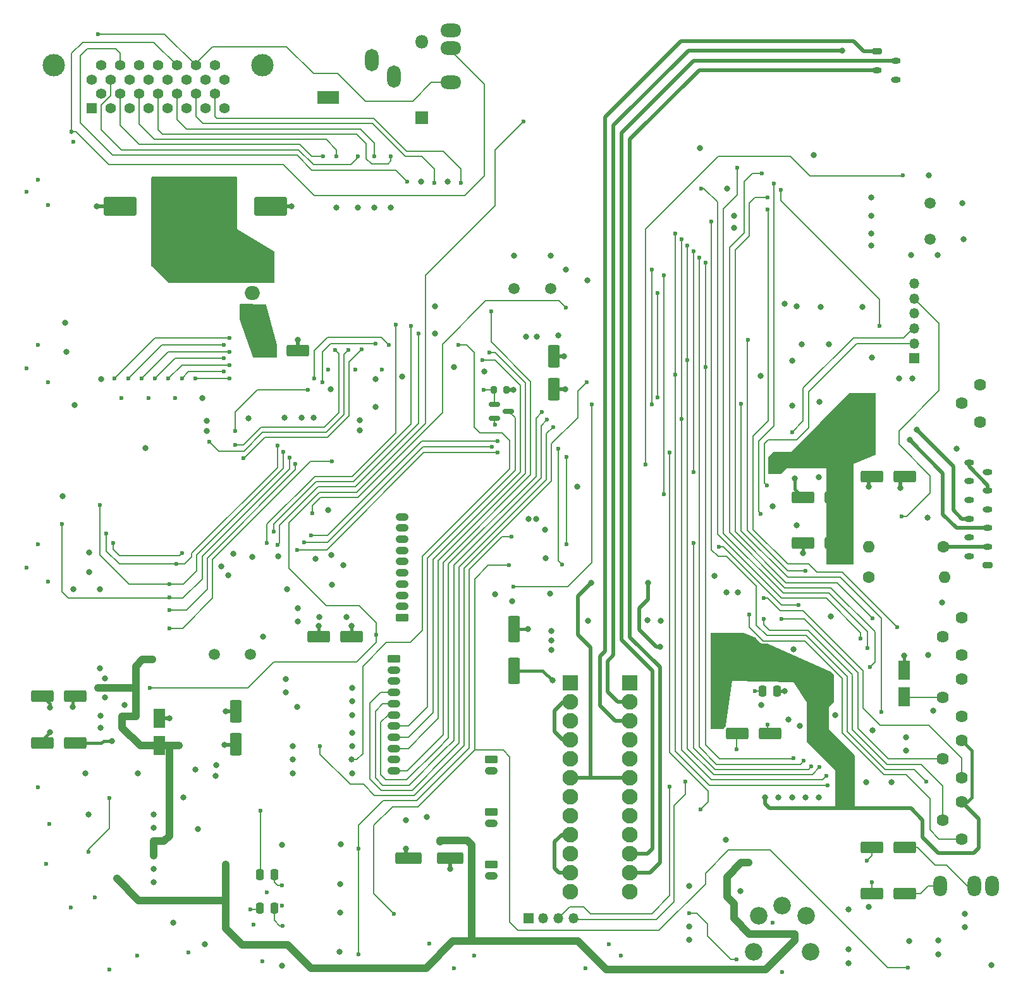
<source format=gbr>
%TF.GenerationSoftware,KiCad,Pcbnew,8.0.9-8.0.9-0~ubuntu24.04.1*%
%TF.CreationDate,2025-02-26T15:16:51+01:00*%
%TF.ProjectId,Main_PCB,4d61696e-5f50-4434-922e-6b696361645f,0.1*%
%TF.SameCoordinates,Original*%
%TF.FileFunction,Copper,L4,Bot*%
%TF.FilePolarity,Positive*%
%FSLAX46Y46*%
G04 Gerber Fmt 4.6, Leading zero omitted, Abs format (unit mm)*
G04 Created by KiCad (PCBNEW 8.0.9-8.0.9-0~ubuntu24.04.1) date 2025-02-26 15:16:51*
%MOMM*%
%LPD*%
G01*
G04 APERTURE LIST*
G04 Aperture macros list*
%AMRoundRect*
0 Rectangle with rounded corners*
0 $1 Rounding radius*
0 $2 $3 $4 $5 $6 $7 $8 $9 X,Y pos of 4 corners*
0 Add a 4 corners polygon primitive as box body*
4,1,4,$2,$3,$4,$5,$6,$7,$8,$9,$2,$3,0*
0 Add four circle primitives for the rounded corners*
1,1,$1+$1,$2,$3*
1,1,$1+$1,$4,$5*
1,1,$1+$1,$6,$7*
1,1,$1+$1,$8,$9*
0 Add four rect primitives between the rounded corners*
20,1,$1+$1,$2,$3,$4,$5,0*
20,1,$1+$1,$4,$5,$6,$7,0*
20,1,$1+$1,$6,$7,$8,$9,0*
20,1,$1+$1,$8,$9,$2,$3,0*%
G04 Aperture macros list end*
%TA.AperFunction,ComponentPad*%
%ADD10R,1.350000X1.350000*%
%TD*%
%TA.AperFunction,ComponentPad*%
%ADD11O,1.350000X1.350000*%
%TD*%
%TA.AperFunction,SMDPad,CuDef*%
%ADD12RoundRect,0.250000X0.550000X-1.250000X0.550000X1.250000X-0.550000X1.250000X-0.550000X-1.250000X0*%
%TD*%
%TA.AperFunction,SMDPad,CuDef*%
%ADD13RoundRect,0.250000X1.250000X0.550000X-1.250000X0.550000X-1.250000X-0.550000X1.250000X-0.550000X0*%
%TD*%
%TA.AperFunction,ComponentPad*%
%ADD14C,1.500000*%
%TD*%
%TA.AperFunction,SMDPad,CuDef*%
%ADD15RoundRect,0.250000X-1.950000X-1.000000X1.950000X-1.000000X1.950000X1.000000X-1.950000X1.000000X0*%
%TD*%
%TA.AperFunction,ComponentPad*%
%ADD16C,2.340000*%
%TD*%
%TA.AperFunction,SMDPad,CuDef*%
%ADD17RoundRect,0.250000X0.550000X-1.500000X0.550000X1.500000X-0.550000X1.500000X-0.550000X-1.500000X0*%
%TD*%
%TA.AperFunction,ComponentPad*%
%ADD18O,2.800000X1.800000*%
%TD*%
%TA.AperFunction,SMDPad,CuDef*%
%ADD19RoundRect,0.250000X0.550000X-1.050000X0.550000X1.050000X-0.550000X1.050000X-0.550000X-1.050000X0*%
%TD*%
%TA.AperFunction,SMDPad,CuDef*%
%ADD20RoundRect,0.250000X-1.500000X-0.550000X1.500000X-0.550000X1.500000X0.550000X-1.500000X0.550000X0*%
%TD*%
%TA.AperFunction,SMDPad,CuDef*%
%ADD21RoundRect,0.250000X-1.250000X-0.550000X1.250000X-0.550000X1.250000X0.550000X-1.250000X0.550000X0*%
%TD*%
%TA.AperFunction,SMDPad,CuDef*%
%ADD22RoundRect,0.250000X1.950000X1.000000X-1.950000X1.000000X-1.950000X-1.000000X1.950000X-1.000000X0*%
%TD*%
%TA.AperFunction,SMDPad,CuDef*%
%ADD23RoundRect,0.250000X-0.250000X-0.475000X0.250000X-0.475000X0.250000X0.475000X-0.250000X0.475000X0*%
%TD*%
%TA.AperFunction,ComponentPad*%
%ADD24RoundRect,0.200000X0.450000X-0.200000X0.450000X0.200000X-0.450000X0.200000X-0.450000X-0.200000X0*%
%TD*%
%TA.AperFunction,ComponentPad*%
%ADD25O,1.300000X0.800000*%
%TD*%
%TA.AperFunction,ComponentPad*%
%ADD26RoundRect,0.250000X0.615000X-0.265000X0.615000X0.265000X-0.615000X0.265000X-0.615000X-0.265000X0*%
%TD*%
%TA.AperFunction,ComponentPad*%
%ADD27O,1.730000X1.030000*%
%TD*%
%TA.AperFunction,ComponentPad*%
%ADD28RoundRect,0.250000X-0.615000X0.265000X-0.615000X-0.265000X0.615000X-0.265000X0.615000X0.265000X0*%
%TD*%
%TA.AperFunction,ComponentPad*%
%ADD29C,1.600000*%
%TD*%
%TA.AperFunction,ComponentPad*%
%ADD30O,1.600000X1.600000*%
%TD*%
%TA.AperFunction,ComponentPad*%
%ADD31C,1.620000*%
%TD*%
%TA.AperFunction,ComponentPad*%
%ADD32R,2.100000X2.100000*%
%TD*%
%TA.AperFunction,ComponentPad*%
%ADD33C,2.100000*%
%TD*%
%TA.AperFunction,ComponentPad*%
%ADD34O,1.800000X2.800000*%
%TD*%
%TA.AperFunction,ComponentPad*%
%ADD35RoundRect,0.200000X-0.450000X0.200000X-0.450000X-0.200000X0.450000X-0.200000X0.450000X0.200000X0*%
%TD*%
%TA.AperFunction,SMDPad,CuDef*%
%ADD36RoundRect,0.200000X0.200000X0.275000X-0.200000X0.275000X-0.200000X-0.275000X0.200000X-0.275000X0*%
%TD*%
%TA.AperFunction,ComponentPad*%
%ADD37R,1.400000X1.400000*%
%TD*%
%TA.AperFunction,ComponentPad*%
%ADD38C,1.400000*%
%TD*%
%TA.AperFunction,ComponentPad*%
%ADD39C,3.000000*%
%TD*%
%TA.AperFunction,ComponentPad*%
%ADD40R,3.000000X1.800000*%
%TD*%
%TA.AperFunction,ComponentPad*%
%ADD41O,1.800000X3.000000*%
%TD*%
%TA.AperFunction,ComponentPad*%
%ADD42R,1.800000X1.800000*%
%TD*%
%TA.AperFunction,ComponentPad*%
%ADD43O,1.800000X1.800000*%
%TD*%
%TA.AperFunction,ComponentPad*%
%ADD44R,2.000000X1.905000*%
%TD*%
%TA.AperFunction,ComponentPad*%
%ADD45O,2.000000X1.905000*%
%TD*%
%TA.AperFunction,SMDPad,CuDef*%
%ADD46RoundRect,0.250000X0.250000X0.475000X-0.250000X0.475000X-0.250000X-0.475000X0.250000X-0.475000X0*%
%TD*%
%TA.AperFunction,SMDPad,CuDef*%
%ADD47RoundRect,0.150000X-0.587500X-0.150000X0.587500X-0.150000X0.587500X0.150000X-0.587500X0.150000X0*%
%TD*%
%TA.AperFunction,ViaPad*%
%ADD48C,0.800000*%
%TD*%
%TA.AperFunction,ViaPad*%
%ADD49C,0.600000*%
%TD*%
%TA.AperFunction,Conductor*%
%ADD50C,0.200000*%
%TD*%
%TA.AperFunction,Conductor*%
%ADD51C,0.500000*%
%TD*%
%TA.AperFunction,Conductor*%
%ADD52C,0.400000*%
%TD*%
%TA.AperFunction,Conductor*%
%ADD53C,1.000000*%
%TD*%
G04 APERTURE END LIST*
D10*
%TO.P,P104,1,Pin_1*%
%TO.N,/Servo and Actuator Drivers/TE*%
X113000000Y-198200000D03*
D11*
%TO.P,P104,2,Pin_2*%
%TO.N,/Servo and Actuator Drivers/FE*%
X115000000Y-198200000D03*
%TO.P,P104,3,Pin_3*%
%TO.N,Net-(P104-Pin_3)*%
X117000000Y-198200000D03*
%TO.P,P104,4,Pin_4*%
%TO.N,Net-(P104-Pin_4)*%
X119000000Y-198200000D03*
%TD*%
D12*
%TO.P,C149,1*%
%TO.N,+5V*%
X116400000Y-127400000D03*
%TO.P,C149,2*%
%TO.N,GND*%
X116400000Y-123000000D03*
%TD*%
D13*
%TO.P,C201,1*%
%TO.N,Net-(IC201-VREFH1)*%
X52300000Y-174800000D03*
%TO.P,C201,2*%
%TO.N,GND*%
X47900000Y-174800000D03*
%TD*%
D14*
%TO.P,CF101,1,1*%
%TO.N,Net-(IC108-X1)*%
X111100000Y-114000000D03*
%TO.P,CF101,2,2*%
%TO.N,Net-(IC108-X2)*%
X116000000Y-114000000D03*
%TD*%
D15*
%TO.P,C301,1*%
%TO.N,+9V*%
X71100000Y-103000000D03*
%TO.P,C301,2*%
%TO.N,GND*%
X78500000Y-103000000D03*
%TD*%
D16*
%TO.P,RV201,1,1*%
%TO.N,Net-(C219-Pad2)*%
X150800000Y-202700000D03*
%TO.P,RV201,2,2*%
%TO.N,GND*%
X150200000Y-197900000D03*
%TO.P,RV201,3,3*%
%TO.N,/AUDIO/AUDIO_L*%
X147000000Y-196500000D03*
%TO.P,RV201,4,4*%
%TO.N,/AUDIO/AUDIO_R*%
X143800000Y-197900000D03*
%TO.P,RV201,5,5*%
%TO.N,Net-(C220-Pad2)*%
X143200000Y-202700000D03*
%TD*%
D17*
%TO.P,C136,1*%
%TO.N,+9V*%
X111100000Y-165100000D03*
%TO.P,C136,2*%
%TO.N,GND*%
X111100000Y-159500000D03*
%TD*%
D18*
%TO.P,JK101,R*%
%TO.N,/AUDIO/LINEOUT_R*%
X102600000Y-81800000D03*
%TO.P,JK101,S*%
%TO.N,GND*%
X102600000Y-79400000D03*
%TO.P,JK101,T*%
%TO.N,/AUDIO/LINEOUT_L*%
X102600000Y-86400000D03*
%TD*%
D19*
%TO.P,C200,1*%
%TO.N,+5VA*%
X63600000Y-175100000D03*
%TO.P,C200,2*%
%TO.N,GND*%
X63600000Y-171500000D03*
%TD*%
D20*
%TO.P,C303,1*%
%TO.N,Net-(Q305-B)*%
X96900000Y-190200000D03*
%TO.P,C303,2*%
%TO.N,GND*%
X102500000Y-190200000D03*
%TD*%
D21*
%TO.P,C226,1*%
%TO.N,Net-(C226-Pad1)*%
X159000000Y-194900000D03*
%TO.P,C226,2*%
%TO.N,Net-(Q208-C)*%
X163400000Y-194900000D03*
%TD*%
D13*
%TO.P,C122,1*%
%TO.N,Net-(IC102-SL+)*%
X145400000Y-173500000D03*
%TO.P,C122,2*%
%TO.N,Net-(C122-Pad2)*%
X141000000Y-173500000D03*
%TD*%
D22*
%TO.P,C300,1*%
%TO.N,+9V*%
X65700000Y-103000000D03*
%TO.P,C300,2*%
%TO.N,GND*%
X58300000Y-103000000D03*
%TD*%
D23*
%TO.P,C216,1*%
%TO.N,Net-(C213-Pad1)*%
X77050000Y-192400000D03*
%TO.P,C216,2*%
%TO.N,Net-(C216-Pad2)*%
X78950000Y-192400000D03*
%TD*%
D24*
%TO.P,CN102,1,Pin_1*%
%TO.N,GND*%
X174500000Y-151000000D03*
D25*
%TO.P,CN102,2,Pin_2*%
%TO.N,Net-(CN102-Pin_2)*%
X172000000Y-149750000D03*
%TO.P,CN102,3,Pin_3*%
%TO.N,Net-(CN102-Pin_3)*%
X174500000Y-148500000D03*
%TO.P,CN102,4,Pin_4*%
%TO.N,GND*%
X172000000Y-147250000D03*
%TO.P,CN102,5,Pin_5*%
%TO.N,Net-(CN102-Pin_5)*%
X174500000Y-146000000D03*
%TO.P,CN102,6,Pin_6*%
%TO.N,Net-(CN102-Pin_6)*%
X172000000Y-144750000D03*
%TO.P,CN102,7,Pin_7*%
%TO.N,Net-(CN102-Pin_7)*%
X174500000Y-143500000D03*
%TO.P,CN102,8,Pin_8*%
%TO.N,GND*%
X172000000Y-142250000D03*
%TO.P,CN102,9,Pin_9*%
%TO.N,/RF AMP/B+D*%
X174500000Y-141000000D03*
%TO.P,CN102,10,Pin_10*%
%TO.N,/RF AMP/A+C*%
X172000000Y-139750000D03*
%TO.P,CN102,11,Pin_11*%
X174500000Y-138500000D03*
%TO.P,CN102,12,Pin_12*%
%TO.N,/RF AMP/B+D*%
X172000000Y-137250000D03*
%TD*%
D10*
%TO.P,P103,1,Pin_1*%
%TO.N,/VC*%
X164700000Y-123300000D03*
D11*
%TO.P,P103,2,Pin_2*%
%TO.N,Net-(P103-Pin_2)*%
X164700000Y-121300000D03*
%TO.P,P103,3,Pin_3*%
%TO.N,Net-(IC101-TE)*%
X164700000Y-119300000D03*
%TO.P,P103,4,Pin_4*%
%TO.N,GND*%
X164700000Y-117300000D03*
%TO.P,P103,5,Pin_5*%
%TO.N,/RF AMP/RFO*%
X164700000Y-115300000D03*
%TO.P,P103,6,Pin_6*%
%TO.N,/DSP/PCLK*%
X164700000Y-113300000D03*
%TD*%
D21*
%TO.P,C113,1*%
%TO.N,+5V*%
X149800000Y-148000000D03*
%TO.P,C113,2*%
%TO.N,/VC*%
X154200000Y-148000000D03*
%TD*%
D23*
%TO.P,C215,1*%
%TO.N,Net-(C214-Pad1)*%
X77050000Y-196900000D03*
%TO.P,C215,2*%
%TO.N,Net-(C215-Pad2)*%
X78950000Y-196900000D03*
%TD*%
D26*
%TO.P,P101,1,Pin_1*%
%TO.N,+5V*%
X96100000Y-158000000D03*
D27*
%TO.P,P101,2,Pin_2*%
%TO.N,GND*%
X96100000Y-156500000D03*
%TO.P,P101,3,Pin_3*%
%TO.N,/PD7*%
X96100000Y-155000000D03*
%TO.P,P101,4,Pin_4*%
%TO.N,/PD6*%
X96100000Y-153500000D03*
%TO.P,P101,5,Pin_5*%
%TO.N,/PD5*%
X96100000Y-152000000D03*
%TO.P,P101,6,Pin_6*%
%TO.N,/PD4*%
X96100000Y-150500000D03*
%TO.P,P101,7,Pin_7*%
%TO.N,/PD3*%
X96100000Y-149000000D03*
%TO.P,P101,8,Pin_8*%
%TO.N,/PD2*%
X96100000Y-147500000D03*
%TO.P,P101,9,Pin_9*%
%TO.N,/PD1*%
X96100000Y-146000000D03*
%TO.P,P101,10,Pin_10*%
%TO.N,/PD0*%
X96100000Y-144500000D03*
%TD*%
D21*
%TO.P,C302,1*%
%TO.N,+5V*%
X77700000Y-122300000D03*
%TO.P,C302,2*%
%TO.N,GND*%
X82100000Y-122300000D03*
%TD*%
D28*
%TO.P,P105,1,Pin_1*%
%TO.N,Net-(P105-Pin_1)*%
X108000000Y-184000000D03*
D27*
%TO.P,P105,2,Pin_2*%
%TO.N,/MCU/PLAY_PAUSE*%
X108000000Y-185500000D03*
%TD*%
D29*
%TO.P,L101,1,1*%
%TO.N,Net-(CN102-Pin_3)*%
X168600000Y-148500000D03*
D30*
%TO.P,L101,2,2*%
%TO.N,Net-(Q101-C)*%
X158600000Y-148500000D03*
%TD*%
D29*
%TO.P,R101,1*%
%TO.N,+5V*%
X158600000Y-152600000D03*
D30*
%TO.P,R101,2*%
%TO.N,Net-(Q101-E)*%
X168760000Y-152600000D03*
%TD*%
D28*
%TO.P,P102,1,Pin_1*%
%TO.N,/SPL_MOTOR_BLACK*%
X95000000Y-163500000D03*
D27*
%TO.P,P102,2,Pin_2*%
%TO.N,/SPL_MOTOR_RED*%
X95000000Y-165000000D03*
%TO.P,P102,3,Pin_3*%
%TO.N,/~{MRST}*%
X95000000Y-166500000D03*
%TO.P,P102,4,Pin_4*%
%TO.N,/MCU/DIGIT1_EN*%
X95000000Y-168000000D03*
%TO.P,P102,5,Pin_5*%
%TO.N,/MCU/DIGIT2_EN*%
X95000000Y-169500000D03*
%TO.P,P102,6,Pin_6*%
%TO.N,/MCU/RS_EN*%
X95000000Y-171000000D03*
%TO.P,P102,7,Pin_7*%
%TO.N,/MCU/DISP_LATCH*%
X95000000Y-172500000D03*
%TO.P,P102,8,Pin_8*%
%TO.N,/MCU/PLAY_PAUSE*%
X95000000Y-174000000D03*
%TO.P,P102,9,Pin_9*%
%TO.N,/MCU/FS_RS*%
X95000000Y-175500000D03*
%TO.P,P102,10,Pin_10*%
%TO.N,Net-(P102-Pin_10)*%
X95000000Y-177000000D03*
%TO.P,P102,11,Pin_11*%
%TO.N,/MCU/STOP*%
X95000000Y-178500000D03*
%TD*%
D31*
%TO.P,VR102,1,1*%
%TO.N,Net-(R105-Pad2)*%
X171000000Y-158000000D03*
%TO.P,VR102,2,2*%
%TO.N,Net-(IC101-FEBIAS)*%
X168500000Y-160500000D03*
%TO.P,VR102,3,3*%
%TO.N,Net-(R106-Pad1)*%
X171000000Y-163000000D03*
%TD*%
D21*
%TO.P,C225,1*%
%TO.N,Net-(C225-Pad1)*%
X159000000Y-188700000D03*
%TO.P,C225,2*%
%TO.N,Net-(Q209-C)*%
X163400000Y-188700000D03*
%TD*%
D19*
%TO.P,C129,1*%
%TO.N,Net-(IC102-3.5V)*%
X163300000Y-168600000D03*
%TO.P,C129,2*%
%TO.N,GND*%
X163300000Y-165000000D03*
%TD*%
D28*
%TO.P,P106,1,Pin_1*%
%TO.N,Net-(P106-Pin_1)*%
X108000000Y-191000000D03*
D27*
%TO.P,P106,2,Pin_2*%
%TO.N,Net-(P106-Pin_2)*%
X108000000Y-192500000D03*
%TD*%
D31*
%TO.P,VR105,1,1*%
%TO.N,Net-(R127-Pad1)*%
X171000000Y-166200000D03*
%TO.P,VR105,2,2*%
%TO.N,Net-(IC102-3.5V)*%
X168500000Y-168700000D03*
%TO.P,VR105,3,3*%
X171000000Y-171200000D03*
%TD*%
D13*
%TO.P,C202,1*%
%TO.N,Net-(IC201-VREFL1)*%
X52300000Y-168500000D03*
%TO.P,C202,2*%
%TO.N,GND*%
X47900000Y-168500000D03*
%TD*%
D21*
%TO.P,C159,1*%
%TO.N,+5V*%
X84900000Y-160500000D03*
%TO.P,C159,2*%
%TO.N,GND*%
X89300000Y-160500000D03*
%TD*%
D31*
%TO.P,VR101,1,1*%
%TO.N,Net-(R104-Pad2)*%
X173500000Y-126800000D03*
%TO.P,VR101,2,2*%
%TO.N,Net-(IC101-E1)*%
X171000000Y-129300000D03*
%TO.P,VR101,3,3*%
%TO.N,Net-(IC101-E0)*%
X173500000Y-131800000D03*
%TD*%
D32*
%TO.P,IC105,1,VCC*%
%TO.N,+9V*%
X126600000Y-166700000D03*
D33*
%TO.P,IC105,2*%
%TO.N,Net-(CN101-Pin_4)*%
X126600000Y-169240000D03*
%TO.P,IC105,3*%
%TO.N,Net-(CN101-Pin_1)*%
X126600000Y-171780000D03*
%TO.P,IC105,4*%
%TO.N,Net-(CN101-Pin_4)*%
X126600000Y-174320000D03*
%TO.P,IC105,5*%
%TO.N,Net-(IC105-Pad5)*%
X126600000Y-176860000D03*
%TO.P,IC105,6*%
%TO.N,/Servo and Actuator Drivers/VSUP{slash}2*%
X126600000Y-179400000D03*
%TO.P,IC105,7,MUTE*%
%TO.N,unconnected-(IC105-MUTE-Pad7)*%
X126600000Y-181940000D03*
%TO.P,IC105,8*%
%TO.N,Net-(IC105-Pad8)*%
X126600000Y-184480000D03*
%TO.P,IC105,9*%
%TO.N,Net-(CN101-Pin_3)*%
X126600000Y-187020000D03*
%TO.P,IC105,10*%
%TO.N,Net-(CN101-Pin_2)*%
X126600000Y-189560000D03*
%TO.P,IC105,11*%
%TO.N,Net-(CN101-Pin_3)*%
X126600000Y-192100000D03*
%TO.P,IC105,12,GND*%
%TO.N,GND*%
X126600000Y-194640000D03*
%TD*%
D34*
%TO.P,JK102,R*%
%TO.N,Net-(Q209-C)*%
X172700000Y-193900000D03*
%TO.P,JK102,S*%
%TO.N,GND*%
X175100000Y-193900000D03*
%TO.P,JK102,T*%
%TO.N,Net-(Q208-C)*%
X168100000Y-193900000D03*
%TD*%
D35*
%TO.P,CN101,1,Pin_1*%
%TO.N,Net-(CN101-Pin_1)*%
X159700000Y-82250000D03*
D25*
%TO.P,CN101,2,Pin_2*%
%TO.N,Net-(CN101-Pin_2)*%
X162200000Y-83500000D03*
%TO.P,CN101,3,Pin_3*%
%TO.N,Net-(CN101-Pin_3)*%
X159700000Y-84750000D03*
%TO.P,CN101,4,Pin_4*%
%TO.N,Net-(CN101-Pin_4)*%
X162200000Y-86000000D03*
%TD*%
D36*
%TO.P,R513,1*%
%TO.N,+5V*%
X110025000Y-127500000D03*
%TO.P,R513,2*%
%TO.N,/~{WR}*%
X108375000Y-127500000D03*
%TD*%
D37*
%TO.P,JK104,A1,SCSI_D7*%
%TO.N,/SCSI/SCSI_D7*%
X54500000Y-89810000D03*
D38*
%TO.P,JK104,A2,~{SCSI_RST}*%
%TO.N,/SCSI/~{SCSI_RST}*%
X55770000Y-87905000D03*
%TO.P,JK104,A3,SCSI_D6*%
%TO.N,/SCSI/SCSI_D6*%
X57040000Y-89810000D03*
%TO.P,JK104,A4,~{SCSI_SEL}*%
%TO.N,Net-(JK104B-~{SCSI_SEL})*%
X58310000Y-87905000D03*
%TO.P,JK104,A5,SCSI_D5*%
%TO.N,/SCSI/SCSI_D5*%
X59580000Y-89810000D03*
%TO.P,JK104,A6,SFSY*%
%TO.N,Net-(JK104B-SFSY)*%
X60850000Y-87905000D03*
%TO.P,JK104,A7,SCSI_D4*%
%TO.N,/SCSI/SCSI_D4*%
X62120000Y-89810000D03*
%TO.P,JK104,A8,I2S_LRCK*%
%TO.N,Net-(JK104B-I2S_LRCK)*%
X63390000Y-87905000D03*
%TO.P,JK104,A9,SCSI_D3*%
%TO.N,/SCSI/SCSI_D3*%
X64660000Y-89810000D03*
%TO.P,JK104,A10,I2S_DAT*%
%TO.N,Net-(JK104B-I2S_DAT)*%
X65930000Y-87905000D03*
%TO.P,JK104,A11,SCSI_D2*%
%TO.N,/SCSI/SCSI_D2*%
X67200000Y-89810000D03*
%TO.P,JK104,A12,PW*%
%TO.N,Net-(JK104B-PW)*%
X68470000Y-87905000D03*
%TO.P,JK104,A13,SCSI_D1*%
%TO.N,/SCSI/SCSI_D1*%
X69740000Y-89810000D03*
%TO.P,JK104,A14,SBCK*%
%TO.N,Net-(JK104B-SBCK)*%
X71010000Y-87905000D03*
%TO.P,JK104,A15,SCSI_D0*%
%TO.N,/SCSI/SCSI_D0*%
X72280000Y-89810000D03*
%TO.P,JK104,B1,~{SCSI_ACK}*%
%TO.N,Net-(JK104C-~{SCSI_ACK})*%
X54500000Y-86000000D03*
%TO.P,JK104,B2,~{SCSI_REQ}*%
%TO.N,Net-(JK104D-~{SCSI_REQ})*%
X55770000Y-84095000D03*
%TO.P,JK104,B3,I2S_SCLK*%
%TO.N,Net-(JK104C-I2S_SCLK)*%
X57040000Y-86000000D03*
%TO.P,JK104,B4,SBSY*%
%TO.N,Net-(JK104D-SBSY)*%
X58310000Y-84095000D03*
%TO.P,JK104,B5,~{SCSI_CD}*%
%TO.N,Net-(JK104C-~{SCSI_CD})*%
X59580000Y-86000000D03*
%TO.P,JK104,B6,~{SCSI_MSG}*%
%TO.N,Net-(JK104D-~{SCSI_MSG})*%
X60850000Y-84095000D03*
%TO.P,JK104,B7,~{SCSI_BSY}*%
%TO.N,Net-(JK104C-~{SCSI_BSY})*%
X62120000Y-86000000D03*
%TO.P,JK104,B8,+9V*%
%TO.N,+9V*%
X63390000Y-84095000D03*
%TO.P,JK104,B9,+9V*%
X64660000Y-86000000D03*
%TO.P,JK104,B10,AUDIO_R*%
%TO.N,/AUDIO/LINEOUT_R*%
X65930000Y-84095000D03*
%TO.P,JK104,B11,GNDA*%
%TO.N,GND*%
X67200000Y-86000000D03*
%TO.P,JK104,B12,AUDIO_L*%
%TO.N,/AUDIO/LINEOUT_L*%
X68470000Y-84095000D03*
%TO.P,JK104,B13,GND*%
%TO.N,GND*%
X69740000Y-86000000D03*
%TO.P,JK104,B14,GND*%
X71010000Y-84095000D03*
%TO.P,JK104,B15,~{SCSI_IO}*%
%TO.N,Net-(JK104C-~{SCSI_IO})*%
X72280000Y-86000000D03*
D39*
%TO.P,JK104,MH,MH*%
%TO.N,GND*%
X49440000Y-84095000D03*
X77340000Y-84095000D03*
%TD*%
D40*
%TO.P,JK103,1*%
%TO.N,GND*%
X86200000Y-88400000D03*
D41*
%TO.P,JK103,2*%
%TO.N,Net-(D301-A)*%
X92000000Y-83400000D03*
%TO.P,JK103,3*%
X95000000Y-85600000D03*
%TD*%
D32*
%TO.P,IC104,1,VCC*%
%TO.N,+9V*%
X118600000Y-166700000D03*
D33*
%TO.P,IC104,2*%
%TO.N,/SPL_MOTOR_RED*%
X118600000Y-169240000D03*
%TO.P,IC104,3*%
%TO.N,/SPL_MOTOR_BLACK*%
X118600000Y-171780000D03*
%TO.P,IC104,4*%
%TO.N,/SPL_MOTOR_RED*%
X118600000Y-174320000D03*
%TO.P,IC104,5*%
%TO.N,Net-(IC104-Pad5)*%
X118600000Y-176860000D03*
%TO.P,IC104,6*%
%TO.N,/Servo and Actuator Drivers/VSUP{slash}2*%
X118600000Y-179400000D03*
%TO.P,IC104,7,MUTE*%
%TO.N,unconnected-(IC104-MUTE-Pad7)*%
X118600000Y-181940000D03*
%TO.P,IC104,8*%
%TO.N,Net-(IC104-Pad8)*%
X118600000Y-184480000D03*
%TO.P,IC104,9*%
%TO.N,Net-(P106-Pin_2)*%
X118600000Y-187020000D03*
%TO.P,IC104,10*%
%TO.N,Net-(P106-Pin_1)*%
X118600000Y-189560000D03*
%TO.P,IC104,11*%
%TO.N,Net-(P106-Pin_2)*%
X118600000Y-192100000D03*
%TO.P,IC104,12,GND*%
%TO.N,GND*%
X118600000Y-194640000D03*
%TD*%
D13*
%TO.P,C114,1*%
%TO.N,/VC*%
X154200000Y-141900000D03*
%TO.P,C114,2*%
%TO.N,GND*%
X149800000Y-141900000D03*
%TD*%
D42*
%TO.P,D301,1,K*%
%TO.N,+9V*%
X98700000Y-91100000D03*
D43*
%TO.P,D301,2,A*%
%TO.N,Net-(D301-A)*%
X98700000Y-80940000D03*
%TD*%
D12*
%TO.P,C304,1*%
%TO.N,Net-(Q307-B)*%
X73800000Y-174900000D03*
%TO.P,C304,2*%
%TO.N,GND*%
X73800000Y-170500000D03*
%TD*%
D44*
%TO.P,IC301,1,IN*%
%TO.N,+9V*%
X76000000Y-112000000D03*
D45*
%TO.P,IC301,2,GND*%
%TO.N,GND*%
X76000000Y-114540000D03*
%TO.P,IC301,3,OUT*%
%TO.N,+5V*%
X76000000Y-117080000D03*
%TD*%
D31*
%TO.P,VR103,1,1*%
%TO.N,/VC*%
X171000000Y-174400000D03*
%TO.P,VR103,2,2*%
%TO.N,/Servo and Actuator Drivers/TE*%
X168500000Y-176900000D03*
%TO.P,VR103,3,3*%
%TO.N,Net-(C112-Pad2)*%
X171000000Y-179400000D03*
%TD*%
D14*
%TO.P,X101,1,1*%
%TO.N,Net-(IC106-XTAI)*%
X166800000Y-107400000D03*
%TO.P,X101,2,2*%
%TO.N,Net-(IC106-XTAO)*%
X166800000Y-102500000D03*
%TD*%
D46*
%TO.P,C117,1*%
%TO.N,+5V*%
X146250000Y-167800000D03*
%TO.P,C117,2*%
%TO.N,Net-(IC102-SRCH)*%
X144350000Y-167800000D03*
%TD*%
D47*
%TO.P,D105,1,A*%
%TO.N,/PF5*%
X108462500Y-131350000D03*
%TO.P,D105,2,A*%
%TO.N,/~{WR}*%
X108462500Y-129450000D03*
%TO.P,D105,3,K*%
%TO.N,/MCU/DISP_LATCH*%
X110337500Y-130400000D03*
%TD*%
D14*
%TO.P,CF102,1,1*%
%TO.N,GND*%
X70900000Y-162900000D03*
%TO.P,CF102,2,2*%
%TO.N,Net-(Q104-B)*%
X75800000Y-162900000D03*
%TD*%
D31*
%TO.P,VR104,1,1*%
%TO.N,/VC*%
X171000000Y-182600000D03*
%TO.P,VR104,2,2*%
%TO.N,/Servo and Actuator Drivers/FE*%
X168500000Y-185100000D03*
%TO.P,VR104,3,3*%
%TO.N,Net-(C111-Pad2)*%
X171000000Y-187600000D03*
%TD*%
D28*
%TO.P,P107,1,Pin_1*%
%TO.N,Net-(P102-Pin_10)*%
X108000000Y-177000000D03*
D27*
%TO.P,P107,2,Pin_2*%
%TO.N,Net-(P107-Pin_2)*%
X108000000Y-178500000D03*
%TD*%
D13*
%TO.P,C101,1*%
%TO.N,+5V*%
X163400000Y-139100000D03*
%TO.P,C101,2*%
%TO.N,Net-(IC101-LD)*%
X159000000Y-139100000D03*
%TD*%
D48*
%TO.N,/VC*%
X152200000Y-167300000D03*
X152900000Y-168100000D03*
X151500000Y-168100000D03*
X154900000Y-149500000D03*
X153500000Y-149500000D03*
X154200000Y-150300000D03*
%TO.N,Net-(CN101-Pin_4)*%
X155000000Y-82100000D03*
%TO.N,GND*%
X66800000Y-182000000D03*
X86200000Y-143600000D03*
X62800000Y-191600000D03*
D49*
X51700000Y-196800000D03*
D48*
X141400000Y-194600000D03*
X110800000Y-155800000D03*
X148500000Y-162200000D03*
D49*
X45800000Y-151300000D03*
X62100000Y-128600000D03*
D48*
X139525000Y-154600000D03*
X88200000Y-151000000D03*
X151900000Y-139200000D03*
X89400000Y-169200000D03*
X139400000Y-187700000D03*
X55600000Y-164800000D03*
X102500000Y-191600000D03*
D49*
X48700000Y-126500000D03*
D48*
X82000000Y-169900000D03*
X84500000Y-150100000D03*
X72500000Y-170500000D03*
X155900000Y-204200000D03*
X139600000Y-100600000D03*
X82100000Y-158500000D03*
X162600000Y-126000000D03*
X112700000Y-120400000D03*
X148300000Y-123600000D03*
D49*
X48700000Y-153200000D03*
X47300000Y-148200000D03*
D48*
X89400000Y-171000000D03*
X171100000Y-102500000D03*
X100500000Y-116300000D03*
X64900000Y-171500000D03*
D49*
X125400000Y-203200000D03*
D48*
X116100000Y-159765000D03*
X153200000Y-121400000D03*
X55600000Y-154200000D03*
X152000000Y-129100000D03*
D49*
X76200000Y-199100000D03*
D48*
X154100000Y-171000000D03*
X148900000Y-116300000D03*
D49*
X47300000Y-180700000D03*
D48*
X167900000Y-203000000D03*
X130700000Y-158400000D03*
D49*
X58500000Y-128625000D03*
D48*
X87800000Y-193600000D03*
X53700000Y-178800000D03*
X50600000Y-141700000D03*
X147800000Y-171600000D03*
X163300000Y-163100000D03*
X158900000Y-101800000D03*
D49*
X99700000Y-201600000D03*
D48*
X158600000Y-196700000D03*
X48900000Y-170000000D03*
X89300000Y-159100000D03*
X60700000Y-178800000D03*
X171400000Y-199400000D03*
X62800000Y-186100000D03*
X117800000Y-123000000D03*
D49*
X48800000Y-185600000D03*
D48*
X69300000Y-128625000D03*
X145700000Y-143100000D03*
X158900000Y-108200000D03*
X87900000Y-188300000D03*
D49*
X147000000Y-205400000D03*
D48*
X168400000Y-156000000D03*
D49*
X60600000Y-203200000D03*
D48*
X68700000Y-186300000D03*
D49*
X80000000Y-196500000D03*
D48*
X89400000Y-173400000D03*
X72800000Y-152300000D03*
D49*
X120600000Y-204900000D03*
D48*
X80000000Y-188400000D03*
X114100000Y-120400000D03*
X115900000Y-154800000D03*
X89400000Y-175200000D03*
X82100000Y-120800000D03*
X167900000Y-201200000D03*
X54095000Y-184305000D03*
X94600000Y-103100000D03*
X167800000Y-109500000D03*
X163600000Y-174000000D03*
X117000000Y-120200000D03*
X148700000Y-139400000D03*
D49*
X47300000Y-121500000D03*
D48*
X149300000Y-172500000D03*
X159100000Y-173100000D03*
X55200000Y-103000000D03*
D49*
X123800000Y-201700000D03*
D48*
X98600000Y-99700000D03*
X136000000Y-95200000D03*
X62800000Y-193400000D03*
X89400000Y-178800000D03*
D49*
X105700000Y-203200000D03*
D48*
X155900000Y-202400000D03*
X167200000Y-170400000D03*
X80500000Y-168000000D03*
X161600000Y-180000000D03*
X88600000Y-157900000D03*
D49*
X103000000Y-204900000D03*
D48*
X175000000Y-204500000D03*
X158900000Y-106600000D03*
X134500000Y-201100000D03*
X92500000Y-129800000D03*
X65400000Y-198800000D03*
X134500000Y-199300000D03*
X116000000Y-109600000D03*
X87300000Y-103100000D03*
X92400000Y-103100000D03*
D49*
X45800000Y-124600000D03*
X45800000Y-101000000D03*
D48*
X159000000Y-123200000D03*
X171300000Y-107400000D03*
D49*
X52100000Y-94300000D03*
D48*
X56300000Y-168700000D03*
X90400000Y-132900000D03*
D49*
X65700000Y-128625000D03*
D48*
X171400000Y-197600000D03*
X69900000Y-133000000D03*
D49*
X47300000Y-99400000D03*
X78000000Y-194700000D03*
D48*
X89400000Y-167400000D03*
D49*
X48400000Y-190900000D03*
D48*
X87800000Y-197450000D03*
X48900000Y-173300000D03*
X80300000Y-131200000D03*
X166600000Y-98800000D03*
X81300000Y-103000000D03*
X69700000Y-201700000D03*
X82100000Y-156700000D03*
X150100000Y-182000000D03*
X79500000Y-149800000D03*
X140500000Y-105800000D03*
D49*
X67500000Y-202800000D03*
X54900000Y-195400000D03*
D48*
X90200000Y-103100000D03*
X71900000Y-151100000D03*
X81400000Y-177000000D03*
D49*
X48700000Y-102800000D03*
D48*
X87700000Y-202700000D03*
X61700000Y-135345000D03*
X148300000Y-129600000D03*
X55800000Y-126100000D03*
X155900000Y-197000000D03*
X56300000Y-166100000D03*
D49*
X56900000Y-205100000D03*
D48*
X164000000Y-201300000D03*
X144100000Y-125662500D03*
X112900000Y-159500000D03*
X58900000Y-169700000D03*
X71100000Y-179200000D03*
X55700000Y-171100000D03*
X134500000Y-193900000D03*
X166462500Y-144600000D03*
X157700000Y-116400000D03*
X102200000Y-99700000D03*
X116100000Y-162305000D03*
D49*
X77400000Y-204000000D03*
D48*
X80000000Y-204600000D03*
D49*
X145700000Y-198800000D03*
D48*
X140500000Y-104200000D03*
X62800000Y-184300000D03*
X55700000Y-172700000D03*
X50962500Y-118500000D03*
X116100000Y-161035000D03*
X111100000Y-109600000D03*
X81400000Y-178800000D03*
%TO.N,Net-(CN102-Pin_6)*%
X164990000Y-132890000D03*
%TO.N,Net-(CN102-Pin_5)*%
X164050000Y-134200000D03*
D49*
%TO.N,/MCU/DIGIT1_EN*%
X116300000Y-132500000D03*
%TO.N,/~{WR}*%
X107000000Y-127500000D03*
%TO.N,/PF5*%
X108500000Y-132200000D03*
D48*
%TO.N,+5VA*%
X62600000Y-163600000D03*
X62800000Y-189800000D03*
X58600000Y-171200000D03*
X64900000Y-175100000D03*
X62800000Y-187900000D03*
X66200000Y-175100000D03*
X55400000Y-167400000D03*
X58600000Y-172700000D03*
D49*
%TO.N,/I2S_WDLK*%
X112300000Y-91600000D03*
X92600000Y-160300000D03*
X62300000Y-167395000D03*
D48*
%TO.N,Net-(IC201-VREFL1)*%
X52000000Y-169935000D03*
%TO.N,Net-(IC201-VREFH1)*%
X57200000Y-174500000D03*
D49*
%TO.N,/~{I2S_SCLK}*%
X78000000Y-148000000D03*
X95200000Y-118800000D03*
%TO.N,/I2S_LRCK*%
X98300000Y-120000000D03*
X79400000Y-148300000D03*
%TO.N,/I2S_DAT*%
X97300000Y-119000000D03*
X78900000Y-146500000D03*
D48*
%TO.N,+5V*%
X118000000Y-111400000D03*
X84900000Y-159100000D03*
X92500000Y-126100000D03*
X86600000Y-149600000D03*
X82600000Y-131200000D03*
X147300000Y-167800000D03*
X120900000Y-112900000D03*
X71200000Y-177700000D03*
X54200000Y-151900000D03*
D49*
X89800000Y-124800000D03*
D48*
X163600000Y-175800000D03*
X148300000Y-182000000D03*
X149600000Y-121400000D03*
X76000000Y-149900000D03*
X115200000Y-146200000D03*
X158900000Y-104200000D03*
X170300000Y-135425000D03*
X80700000Y-154200000D03*
X80500000Y-166200000D03*
X111000000Y-127500000D03*
D49*
X86200000Y-124800000D03*
D48*
X90400000Y-131600000D03*
X166500000Y-163000000D03*
X103000000Y-124500000D03*
X52237500Y-129550000D03*
X147300000Y-116000000D03*
X158200000Y-180000000D03*
X107100000Y-125100000D03*
X114000000Y-144800000D03*
X68400000Y-178300000D03*
X52100000Y-154200000D03*
X151900000Y-182000000D03*
X75500000Y-131300000D03*
X149800000Y-149400000D03*
X96100000Y-125700000D03*
X115300000Y-150000000D03*
X54200000Y-149300000D03*
X77700000Y-120700000D03*
X148900000Y-145600000D03*
X73500000Y-149475000D03*
X77500000Y-160500000D03*
X86500000Y-127400000D03*
X144200000Y-169700000D03*
X162800000Y-140600000D03*
X108500000Y-154900000D03*
X146500000Y-182000000D03*
X151200000Y-96100000D03*
X141025000Y-154600000D03*
X84200000Y-131200000D03*
X153500000Y-157800000D03*
X100500000Y-120000000D03*
X117900000Y-127400000D03*
X85000000Y-157900000D03*
X51100000Y-122450000D03*
X113000000Y-144800000D03*
D49*
X93400000Y-124800000D03*
D48*
X152100000Y-116400000D03*
X69900000Y-131700000D03*
X119500000Y-140500000D03*
X137900000Y-152400000D03*
X86700000Y-153600000D03*
X164400000Y-126000000D03*
X164200000Y-109500000D03*
X81400000Y-175200000D03*
D49*
%TO.N,/AUDIO/LINEOUT_R*%
X51800000Y-93000000D03*
%TO.N,/AUDIO/LINEOUT_L*%
X55400000Y-79900000D03*
%TO.N,/~{MRST}*%
X84050000Y-144050000D03*
X118000000Y-116500000D03*
%TO.N,/MCU/FS_RS*%
X107800000Y-122500000D03*
%TO.N,/MCU/PLAY_PAUSE*%
X106800000Y-123500000D03*
%TO.N,/AUDIO_EN*%
X117000000Y-135400000D03*
X117500000Y-150900000D03*
%TO.N,/MCU/STOP*%
X108000000Y-117000000D03*
%TO.N,Net-(IC102-BW)*%
X160300000Y-170600000D03*
X141500000Y-129400000D03*
%TO.N,Net-(Q103-B)*%
X131900000Y-135900000D03*
X136050000Y-183650000D03*
%TO.N,/MCU/~{INT2}*%
X120800000Y-126500000D03*
X85100000Y-175200000D03*
%TO.N,/MCU/DIGIT2_EN*%
X115500000Y-131500000D03*
%TO.N,Net-(Q203-C)*%
X110700000Y-147200000D03*
X90225000Y-188900000D03*
X90225000Y-203000000D03*
%TO.N,Net-(D203-A)*%
X95000000Y-197600000D03*
X110400000Y-151000000D03*
X163800000Y-204800000D03*
%TO.N,/MUTG*%
X129500000Y-129500000D03*
X121500000Y-129500000D03*
X129500000Y-111400000D03*
X111000000Y-153850000D03*
D48*
%TO.N,+9V*%
X121000000Y-158400000D03*
X96600000Y-185100000D03*
X71100000Y-105500000D03*
X71000000Y-110700000D03*
X65500000Y-105400000D03*
X65500000Y-100800000D03*
X71000000Y-108200000D03*
X65500000Y-109300000D03*
X116200000Y-166400000D03*
X73600000Y-108200000D03*
X99400000Y-184700000D03*
X128900000Y-158300000D03*
X73600000Y-110700000D03*
X71100000Y-100800000D03*
%TO.N,Net-(Q305-B)*%
X96600000Y-188900000D03*
%TO.N,+9VA*%
X101200000Y-188000000D03*
X140525000Y-196300000D03*
X57900000Y-192900000D03*
X142500000Y-190795000D03*
X72500000Y-191000000D03*
X148700000Y-200300000D03*
%TO.N,Net-(Q307-B)*%
X72332500Y-175032500D03*
D49*
%TO.N,/RF AMP/RFO*%
X163000000Y-144425000D03*
D48*
%TO.N,/VC*%
X144700000Y-182000000D03*
X139700000Y-161500000D03*
X146600000Y-162800000D03*
X145700000Y-137600000D03*
X138000000Y-172300000D03*
X158300000Y-135400000D03*
X158300000Y-129080000D03*
D49*
%TO.N,/DSP/ASY*%
X146800000Y-100800000D03*
X160000000Y-119000000D03*
%TO.N,Net-(C111-Pad2)*%
X142600000Y-157600000D03*
%TO.N,Net-(P104-Pin_3)*%
X131900000Y-180600000D03*
%TO.N,Net-(P104-Pin_4)*%
X134000000Y-179900000D03*
%TO.N,Net-(IC102-SL+)*%
X145000000Y-172300000D03*
%TO.N,Net-(C122-Pad2)*%
X140900000Y-175600000D03*
%TO.N,/MLT*%
X152875000Y-179175000D03*
X133500000Y-131400000D03*
X133500000Y-107400000D03*
%TO.N,/XRST*%
X135100000Y-138500000D03*
X135100000Y-109000000D03*
%TO.N,Net-(IC102-XRST)*%
X135100000Y-148000000D03*
X150900000Y-177900000D03*
%TO.N,/PDO*%
X166300000Y-179900000D03*
X137500000Y-105000000D03*
%TO.N,/VCOI*%
X162400000Y-159300000D03*
X145000000Y-103400000D03*
%TO.N,Net-(IC102-FSW)*%
X157500000Y-160800000D03*
X136100000Y-100600000D03*
%TO.N,/MCU/RS_EN*%
X114800000Y-130500000D03*
D48*
%TO.N,/Servo and Actuator Drivers/VSUP{slash}2*%
X129000000Y-153300000D03*
X130600000Y-161900000D03*
X121400000Y-153300000D03*
%TO.N,/MCU/REPEAT*%
X89300000Y-177000000D03*
D49*
X103600000Y-121500000D03*
%TO.N,/~{DEMP}*%
X118100000Y-136500000D03*
X118100000Y-148200000D03*
%TO.N,Net-(IC107-~{WE})*%
X64900000Y-159400000D03*
X86700000Y-137125000D03*
%TO.N,/SCSI/MA9*%
X65900000Y-150800000D03*
X56500000Y-146775000D03*
X79400000Y-135000000D03*
%TO.N,/SCSI/MA10*%
X80200000Y-135800000D03*
X55600000Y-142900000D03*
X64900000Y-153500000D03*
%TO.N,/SCSI/MA11*%
X50500000Y-145505000D03*
X64900000Y-155300000D03*
X81000000Y-136600000D03*
%TO.N,/SCSI/MA12*%
X81800000Y-137400000D03*
X64900000Y-157000000D03*
%TO.N,/SCSI/~{SCSI_IO}*%
X73700000Y-133000000D03*
X83500000Y-127500000D03*
%TO.N,/SCSI/~{SCSI_CD}*%
X90700000Y-122100000D03*
X74800000Y-136700000D03*
%TO.N,/SCSI/~{SCSI_MSG}*%
X88900000Y-122200000D03*
X70300000Y-134500000D03*
%TO.N,/SCSI/~{SCSI_BSY}*%
X73700000Y-134900000D03*
X87100000Y-122200000D03*
%TO.N,/SCSI/SCSI_D7*%
X73000000Y-120600000D03*
X57600000Y-126000000D03*
%TO.N,/SCSI/SCSI_D6*%
X72200000Y-121500000D03*
X59400000Y-126000000D03*
%TO.N,/SCSI/SCSI_D5*%
X61200000Y-126000000D03*
X73000000Y-122400000D03*
%TO.N,/SCSI/SCSI_D4*%
X72200000Y-123300000D03*
X63000000Y-126000000D03*
%TO.N,/SCSI/SCSI_D3*%
X64800000Y-126000000D03*
X73000000Y-124200000D03*
%TO.N,/SCSI/SCSI_D2*%
X66600000Y-126000000D03*
X72200000Y-125100000D03*
%TO.N,/SCSI/SCSI_D1*%
X73000000Y-126000000D03*
X68400000Y-126000000D03*
%TO.N,/SCSI/~{SCSI_ACK}*%
X84300000Y-126000000D03*
X94300000Y-121500000D03*
%TO.N,/SCSI/~{SCSI_REQ}*%
X85400000Y-126500000D03*
X92500000Y-121300000D03*
%TO.N,Net-(IC101-TE)*%
X148300000Y-133200000D03*
%TO.N,Net-(C112-Pad2)*%
X144500000Y-155400000D03*
%TO.N,Net-(IC101-~{LDON})*%
X138500000Y-148500000D03*
X149200000Y-156300000D03*
%TO.N,Net-(IC202B-+)*%
X54100000Y-189300000D03*
X56900000Y-182100000D03*
%TO.N,Net-(C213-Pad1)*%
X77100000Y-183800000D03*
%TO.N,Net-(C214-Pad1)*%
X75800000Y-197000000D03*
%TO.N,Net-(C215-Pad2)*%
X80100000Y-199200000D03*
%TO.N,Net-(C216-Pad2)*%
X80000000Y-193800000D03*
%TO.N,Net-(C226-Pad1)*%
X159000000Y-193400000D03*
%TO.N,Net-(C225-Pad1)*%
X158300000Y-190500000D03*
%TO.N,Net-(JK104C-I2S_SCLK)*%
X90200000Y-96300000D03*
%TO.N,Net-(JK104B-SBCK)*%
X104000000Y-99800000D03*
%TO.N,Net-(JK104B-I2S_DAT)*%
X92400000Y-96300000D03*
%TO.N,Net-(JK104B-I2S_LRCK)*%
X94600000Y-96300000D03*
%TO.N,Net-(JK104B-PW)*%
X100400000Y-99800000D03*
%TO.N,Net-(JK104D-SBSY)*%
X96800000Y-99700000D03*
%TO.N,Net-(JK104B-~{SCSI_SEL})*%
X85500000Y-96300000D03*
%TO.N,Net-(JK104B-SFSY)*%
X87300000Y-96300000D03*
D48*
%TO.N,Net-(IC101-LD)*%
X158600000Y-140510000D03*
D49*
%TO.N,Net-(IC102-SRCH)*%
X143300000Y-167800000D03*
%TO.N,Net-(C220-Pad1)*%
X134500000Y-197500000D03*
X140900000Y-203700000D03*
%TO.N,/FOK*%
X150100000Y-151700000D03*
X142400000Y-120800000D03*
%TO.N,/DSP/EFM*%
X144100000Y-144100000D03*
X145900000Y-99900000D03*
%TO.N,/LOCK*%
X145000000Y-101800000D03*
X159100000Y-158100000D03*
%TO.N,/MDAT*%
X152000000Y-178000000D03*
X134300000Y-108200000D03*
X134300000Y-123500000D03*
%TO.N,/MDP*%
X158700000Y-164600000D03*
X144300000Y-98600000D03*
%TO.N,/MCK*%
X132700000Y-106600000D03*
X132700000Y-125500000D03*
X153100000Y-180400000D03*
%TO.N,/CNIN*%
X135900000Y-109800000D03*
X149850000Y-177150000D03*
%TO.N,/Servo and Actuator Drivers/TE*%
X146900000Y-158200000D03*
%TO.N,/MON*%
X158400000Y-162100000D03*
X141000000Y-97800000D03*
%TO.N,/Servo and Actuator Drivers/FE*%
X144500000Y-158200000D03*
%TO.N,/SENS*%
X148500000Y-176800000D03*
X136700000Y-124500000D03*
X136700000Y-110500000D03*
%TO.N,/MODE_SELECT*%
X128700000Y-137500000D03*
X163100000Y-98800000D03*
%TO.N,/CRCF*%
X131100000Y-112200000D03*
X131100000Y-141500000D03*
%TO.N,/SUBQ*%
X130300000Y-114600000D03*
X130300000Y-128500000D03*
%TO.N,/PA1*%
X108100000Y-135100000D03*
X82925000Y-147900000D03*
%TO.N,/PA0*%
X82000000Y-148900000D03*
X108900000Y-135900000D03*
%TO.N,/PA2*%
X108900000Y-134400000D03*
X83900000Y-147000000D03*
%TO.N,/SCSI/MA8*%
X66600000Y-149400000D03*
X57400000Y-148000000D03*
%TO.N,Net-(P103-Pin_2)*%
X144900000Y-140300000D03*
%TD*%
D50*
%TO.N,Net-(IC107-~{WE})*%
X86700000Y-137125000D02*
X83775000Y-137125000D01*
X66700000Y-159400000D02*
X64900000Y-159400000D01*
X83775000Y-137125000D02*
X70700000Y-150200000D01*
X70700000Y-150200000D02*
X70700000Y-155400000D01*
X70700000Y-155400000D02*
X66700000Y-159400000D01*
%TO.N,/SCSI/MA12*%
X70000000Y-150000000D02*
X70000000Y-154200000D01*
X81800000Y-137400000D02*
X81800000Y-138200000D01*
X81800000Y-138200000D02*
X70000000Y-150000000D01*
X70000000Y-154200000D02*
X67200000Y-157000000D01*
X67200000Y-157000000D02*
X64900000Y-157000000D01*
%TO.N,/SCSI/MA11*%
X81000000Y-136600000D02*
X81000000Y-138100000D01*
X69300000Y-152800000D02*
X66700000Y-155400000D01*
X81000000Y-138100000D02*
X69300000Y-149800000D01*
X65000000Y-155400000D02*
X64900000Y-155300000D01*
X69300000Y-149800000D02*
X69300000Y-152800000D01*
X66700000Y-155400000D02*
X65000000Y-155400000D01*
%TO.N,/SCSI/MA9*%
X79400000Y-135000000D02*
X79400000Y-137900000D01*
X79400000Y-137900000D02*
X67900000Y-149400000D01*
X67900000Y-149400000D02*
X67900000Y-149900000D01*
X67900000Y-149900000D02*
X67000000Y-150800000D01*
X67000000Y-150800000D02*
X65900000Y-150800000D01*
%TO.N,/SCSI/MA10*%
X80200000Y-135800000D02*
X80200000Y-138000000D01*
X80200000Y-138000000D02*
X68600000Y-149600000D01*
X68600000Y-149600000D02*
X68600000Y-151700000D01*
X68600000Y-151700000D02*
X66800000Y-153500000D01*
X66800000Y-153500000D02*
X64900000Y-153500000D01*
%TO.N,/I2S_DAT*%
X78900000Y-146500000D02*
X78900000Y-145500000D01*
X78900000Y-145500000D02*
X84600000Y-139800000D01*
X84600000Y-139800000D02*
X89600000Y-139800000D01*
X89600000Y-139800000D02*
X97300000Y-132100000D01*
X97300000Y-132100000D02*
X97300000Y-119000000D01*
%TO.N,/~{I2S_SCLK}*%
X78000000Y-148000000D02*
X78000000Y-145500000D01*
X78000000Y-145500000D02*
X84400000Y-139100000D01*
X84400000Y-139100000D02*
X89400000Y-139100000D01*
X89400000Y-139100000D02*
X95200000Y-133300000D01*
X95200000Y-133300000D02*
X95200000Y-118800000D01*
%TO.N,/I2S_LRCK*%
X98300000Y-132000000D02*
X98300000Y-120000000D01*
X89800000Y-140500000D02*
X98300000Y-132000000D01*
X79400000Y-148300000D02*
X79700000Y-148000000D01*
X79700000Y-148000000D02*
X79700000Y-145600000D01*
X79700000Y-145600000D02*
X84800000Y-140500000D01*
X84800000Y-140500000D02*
X89800000Y-140500000D01*
%TO.N,/I2S_WDLK*%
X112300000Y-91600000D02*
X108500000Y-95400000D01*
X99200000Y-112200000D02*
X99200000Y-132000000D01*
X108500000Y-95400000D02*
X108500000Y-102900000D01*
X108500000Y-102900000D02*
X99200000Y-112200000D01*
X99200000Y-132000000D02*
X90000000Y-141200000D01*
X90000000Y-141200000D02*
X85000000Y-141200000D01*
X85000000Y-141200000D02*
X80900000Y-145300000D01*
X80900000Y-145300000D02*
X80900000Y-151400000D01*
X85900000Y-156400000D02*
X90300000Y-156400000D01*
X80900000Y-151400000D02*
X85900000Y-156400000D01*
X90300000Y-156400000D02*
X92600000Y-158700000D01*
X92600000Y-158700000D02*
X92600000Y-160300000D01*
%TO.N,/~{MRST}*%
X84050000Y-144050000D02*
X84050000Y-143050000D01*
X84050000Y-143050000D02*
X85200000Y-141900000D01*
X101500000Y-130600000D02*
X101500000Y-121400000D01*
X85200000Y-141900000D02*
X90200000Y-141900000D01*
X90200000Y-141900000D02*
X101500000Y-130600000D01*
X101500000Y-121400000D02*
X107300000Y-115600000D01*
X107300000Y-115600000D02*
X117100000Y-115600000D01*
X117100000Y-115600000D02*
X118000000Y-116500000D01*
%TO.N,/SCSI/~{SCSI_CD}*%
X77700000Y-133900000D02*
X86100000Y-133900000D01*
X86100000Y-133900000D02*
X89000000Y-131000000D01*
X74900000Y-136700000D02*
X77700000Y-133900000D01*
X74800000Y-136700000D02*
X74900000Y-136700000D01*
X89000000Y-131000000D02*
X89000000Y-123800000D01*
X89000000Y-123800000D02*
X90700000Y-122100000D01*
%TO.N,/SCSI/~{SCSI_MSG}*%
X70300000Y-134500000D02*
X71500000Y-135700000D01*
X71500000Y-135700000D02*
X74900000Y-135700000D01*
X74900000Y-135700000D02*
X77400000Y-133200000D01*
X88300000Y-122800000D02*
X88900000Y-122200000D01*
X77400000Y-133200000D02*
X85900000Y-133200000D01*
X85900000Y-133200000D02*
X88300000Y-130800000D01*
X88300000Y-130800000D02*
X88300000Y-122800000D01*
%TO.N,/SCSI/~{SCSI_BSY}*%
X73700000Y-134900000D02*
X74800000Y-134900000D01*
X74800000Y-134900000D02*
X77200000Y-132500000D01*
X77200000Y-132500000D02*
X85700000Y-132500000D01*
X85700000Y-132500000D02*
X87600000Y-130600000D01*
X87600000Y-130600000D02*
X87600000Y-122700000D01*
X87600000Y-122700000D02*
X87100000Y-122200000D01*
%TO.N,/AUDIO/LINEOUT_R*%
X102600000Y-81400000D02*
X102600000Y-82100000D01*
X102600000Y-82100000D02*
X107100000Y-86600000D01*
X80200000Y-97400000D02*
X56800000Y-97400000D01*
X107100000Y-86600000D02*
X107100000Y-98900000D01*
X107100000Y-98900000D02*
X104500000Y-101500000D01*
X56800000Y-97400000D02*
X52400000Y-93000000D01*
X104500000Y-101500000D02*
X84300000Y-101500000D01*
X84300000Y-101500000D02*
X80200000Y-97400000D01*
X52400000Y-93000000D02*
X51800000Y-93000000D01*
%TO.N,/MODE_SELECT*%
X163100000Y-98800000D02*
X163000000Y-98900000D01*
X163000000Y-98900000D02*
X150700000Y-98900000D01*
X150700000Y-98900000D02*
X148100000Y-96300000D01*
X148100000Y-96300000D02*
X138400000Y-96300000D01*
X138400000Y-96300000D02*
X128700000Y-106000000D01*
X128700000Y-106000000D02*
X128700000Y-137500000D01*
%TO.N,/CNIN*%
X138200000Y-177600000D02*
X135900000Y-175300000D01*
X149850000Y-177150000D02*
X149400000Y-177600000D01*
X135900000Y-175300000D02*
X135900000Y-109800000D01*
X149400000Y-177600000D02*
X138200000Y-177600000D01*
%TO.N,Net-(IC102-XRST)*%
X150900000Y-177900000D02*
X150500000Y-178300000D01*
X150500000Y-178300000D02*
X138000000Y-178300000D01*
X138000000Y-178300000D02*
X135100000Y-175400000D01*
X135100000Y-175400000D02*
X135100000Y-148000000D01*
%TO.N,/MDAT*%
X152000000Y-178000000D02*
X151000000Y-179000000D01*
X151000000Y-179000000D02*
X137800000Y-179000000D01*
X137800000Y-179000000D02*
X134300000Y-175500000D01*
X134300000Y-175500000D02*
X134300000Y-108200000D01*
%TO.N,Net-(Q103-B)*%
X136050000Y-183650000D02*
X137100000Y-182600000D01*
X137100000Y-182600000D02*
X137100000Y-181200000D01*
X137100000Y-181200000D02*
X131900000Y-176000000D01*
X131900000Y-176000000D02*
X131900000Y-135900000D01*
%TO.N,Net-(C111-Pad2)*%
X142600000Y-157600000D02*
X142600000Y-159300000D01*
X163600000Y-179000000D02*
X166800000Y-182200000D01*
X142600000Y-159300000D02*
X144400000Y-161100000D01*
X168000000Y-187600000D02*
X171000000Y-187600000D01*
X144400000Y-161100000D02*
X150000000Y-161100000D01*
X150000000Y-161100000D02*
X155000000Y-166100000D01*
X155000000Y-166100000D02*
X155000000Y-173400000D01*
X155000000Y-173400000D02*
X160600000Y-179000000D01*
X166800000Y-186400000D02*
X168000000Y-187600000D01*
X160600000Y-179000000D02*
X163600000Y-179000000D01*
X166800000Y-182200000D02*
X166800000Y-186400000D01*
%TO.N,/PDO*%
X166300000Y-179900000D02*
X164700000Y-178300000D01*
X164700000Y-178300000D02*
X160800000Y-178300000D01*
X144900000Y-160400000D02*
X143500000Y-159000000D01*
X160800000Y-178300000D02*
X155700000Y-173200000D01*
X139500000Y-149800000D02*
X138400000Y-149800000D01*
X155700000Y-173200000D02*
X155700000Y-165900000D01*
X143500000Y-153800000D02*
X139500000Y-149800000D01*
X155700000Y-165900000D02*
X150200000Y-160400000D01*
X150200000Y-160400000D02*
X144900000Y-160400000D01*
X143500000Y-159000000D02*
X143500000Y-153800000D01*
X138400000Y-149800000D02*
X137500000Y-148900000D01*
X137500000Y-148900000D02*
X137500000Y-105000000D01*
%TO.N,/Servo and Actuator Drivers/FE*%
X156400000Y-165700000D02*
X156400000Y-173000000D01*
X156400000Y-173000000D02*
X161000000Y-177600000D01*
X165600000Y-177600000D02*
X168500000Y-180500000D01*
X161000000Y-177600000D02*
X165600000Y-177600000D01*
X168500000Y-180500000D02*
X168500000Y-185100000D01*
%TO.N,/Servo and Actuator Drivers/TE*%
X146900000Y-158200000D02*
X149900000Y-158200000D01*
X149900000Y-158200000D02*
X157100000Y-165400000D01*
X157100000Y-172800000D02*
X161200000Y-176900000D01*
X157100000Y-165400000D02*
X157100000Y-172800000D01*
X161200000Y-176900000D02*
X168500000Y-176900000D01*
%TO.N,Net-(C112-Pad2)*%
X144500000Y-155400000D02*
X145000000Y-155400000D01*
X145000000Y-155400000D02*
X146700000Y-157100000D01*
X157800000Y-165100000D02*
X157800000Y-170100000D01*
X146700000Y-157100000D02*
X149800000Y-157100000D01*
X157800000Y-170100000D02*
X160100000Y-172400000D01*
X171000000Y-176800000D02*
X171000000Y-179400000D01*
X149800000Y-157100000D02*
X157800000Y-165100000D01*
X160100000Y-172400000D02*
X166600000Y-172400000D01*
X166600000Y-172400000D02*
X171000000Y-176800000D01*
%TO.N,Net-(IC101-TE)*%
X148300000Y-133200000D02*
X149800000Y-131700000D01*
X149800000Y-131700000D02*
X149800000Y-127300000D01*
X149800000Y-127300000D02*
X156500000Y-120600000D01*
X156500000Y-120600000D02*
X163200000Y-120600000D01*
X163200000Y-120600000D02*
X164500000Y-119300000D01*
X164500000Y-119300000D02*
X164700000Y-119300000D01*
%TO.N,Net-(P103-Pin_2)*%
X144900000Y-140300000D02*
X144600000Y-140000000D01*
X144600000Y-140000000D02*
X144600000Y-134700000D01*
X144600000Y-134700000D02*
X145100000Y-134200000D01*
X145100000Y-134200000D02*
X148900000Y-134200000D01*
X150500000Y-132600000D02*
X150500000Y-127800000D01*
X148900000Y-134200000D02*
X150500000Y-132600000D01*
X150500000Y-127800000D02*
X157000000Y-121300000D01*
X157000000Y-121300000D02*
X164700000Y-121300000D01*
%TO.N,/FOK*%
X150100000Y-151700000D02*
X147700000Y-151700000D01*
X147700000Y-151700000D02*
X142300000Y-146300000D01*
X142300000Y-146300000D02*
X142300000Y-120900000D01*
X142300000Y-120900000D02*
X142400000Y-120800000D01*
%TO.N,Net-(IC102-BW)*%
X141500000Y-129400000D02*
X141500000Y-146400000D01*
X141500000Y-146400000D02*
X147700000Y-152600000D01*
X147700000Y-152600000D02*
X154800000Y-152600000D01*
X154800000Y-152600000D02*
X160300000Y-158100000D01*
X160300000Y-158100000D02*
X160300000Y-170600000D01*
%TO.N,/VCOI*%
X145000000Y-103400000D02*
X145100000Y-103500000D01*
X145100000Y-103500000D02*
X145100000Y-131700000D01*
X151600000Y-151900000D02*
X155000000Y-151900000D01*
X145100000Y-131700000D02*
X143100000Y-133700000D01*
X150500000Y-150800000D02*
X151600000Y-151900000D01*
X143100000Y-133700000D02*
X143100000Y-146200000D01*
X143100000Y-146200000D02*
X147700000Y-150800000D01*
X147700000Y-150800000D02*
X150500000Y-150800000D01*
X155000000Y-151900000D02*
X162400000Y-159300000D01*
%TO.N,/DSP/EFM*%
X144100000Y-144100000D02*
X143800000Y-143800000D01*
X143800000Y-143800000D02*
X143800000Y-134400000D01*
X143800000Y-134400000D02*
X145900000Y-132300000D01*
X145900000Y-132300000D02*
X145900000Y-99900000D01*
%TO.N,Net-(IC102-SL+)*%
X145000000Y-172300000D02*
X145000000Y-173100000D01*
X145000000Y-173100000D02*
X145400000Y-173500000D01*
%TO.N,Net-(C122-Pad2)*%
X140900000Y-173600000D02*
X141000000Y-173500000D01*
X140900000Y-175600000D02*
X140900000Y-173600000D01*
D51*
%TO.N,/VC*%
X144700000Y-182000000D02*
X144700000Y-182900000D01*
X144700000Y-182900000D02*
X145300000Y-183500000D01*
X173300000Y-188800000D02*
X173300000Y-184900000D01*
X145300000Y-183500000D02*
X164200000Y-183500000D01*
X173300000Y-184900000D02*
X171000000Y-182600000D01*
X164200000Y-183500000D02*
X165800000Y-185100000D01*
X165800000Y-185100000D02*
X165800000Y-187400000D01*
X165800000Y-187400000D02*
X167900000Y-189500000D01*
X167900000Y-189500000D02*
X172600000Y-189500000D01*
X172600000Y-189500000D02*
X173300000Y-188800000D01*
D50*
%TO.N,Net-(P104-Pin_4)*%
X132500000Y-196000000D02*
X130100000Y-198400000D01*
X134000000Y-181600000D02*
X132500000Y-183100000D01*
X134000000Y-179900000D02*
X134000000Y-181600000D01*
X132500000Y-183100000D02*
X132500000Y-196000000D01*
X130100000Y-198400000D02*
X119200000Y-198400000D01*
X119200000Y-198400000D02*
X119000000Y-198200000D01*
%TO.N,/MCK*%
X153100000Y-180400000D02*
X137250000Y-180400000D01*
X137250000Y-180400000D02*
X132700000Y-175850000D01*
X132700000Y-175850000D02*
X132700000Y-125500000D01*
%TO.N,/MLT*%
X152875000Y-179175000D02*
X152350000Y-179700000D01*
X137500000Y-179700000D02*
X133500000Y-175700000D01*
X152350000Y-179700000D02*
X137500000Y-179700000D01*
X133500000Y-175700000D02*
X133500000Y-131400000D01*
D52*
%TO.N,+5V*%
X147300000Y-167800000D02*
X146250000Y-167800000D01*
D50*
%TO.N,Net-(IC102-SRCH)*%
X143300000Y-167800000D02*
X144350000Y-167800000D01*
D52*
%TO.N,+5V*%
X149800000Y-149400000D02*
X149800000Y-148000000D01*
%TO.N,GND*%
X148700000Y-139400000D02*
X148700000Y-140800000D01*
X148700000Y-140800000D02*
X149800000Y-141900000D01*
D50*
%TO.N,/RF AMP/RFO*%
X163000000Y-144425000D02*
X163675000Y-144425000D01*
X163675000Y-144425000D02*
X166800000Y-141300000D01*
X166800000Y-139000000D02*
X162600000Y-134800000D01*
X166800000Y-141300000D02*
X166800000Y-139000000D01*
X162600000Y-134800000D02*
X162600000Y-133000000D01*
X168000000Y-127600000D02*
X168000000Y-118600000D01*
X162600000Y-133000000D02*
X168000000Y-127600000D01*
X168000000Y-118600000D02*
X164700000Y-115300000D01*
D51*
%TO.N,Net-(CN102-Pin_5)*%
X164050000Y-134200000D02*
X168500000Y-138650000D01*
X168500000Y-138650000D02*
X168500000Y-144200000D01*
X168500000Y-144200000D02*
X170300000Y-146000000D01*
X170300000Y-146000000D02*
X174500000Y-146000000D01*
%TO.N,Net-(CN102-Pin_6)*%
X164990000Y-132890000D02*
X169900000Y-137800000D01*
X169900000Y-137800000D02*
X169900000Y-143600000D01*
X171050000Y-144750000D02*
X172000000Y-144750000D01*
X169900000Y-143600000D02*
X171050000Y-144750000D01*
D50*
%TO.N,/DSP/ASY*%
X160000000Y-119000000D02*
X160000000Y-115400000D01*
X160000000Y-115400000D02*
X146800000Y-102200000D01*
X146800000Y-102200000D02*
X146800000Y-100800000D01*
%TO.N,/Servo and Actuator Drivers/TE*%
X168500000Y-176900000D02*
X168500000Y-177000000D01*
%TO.N,/Servo and Actuator Drivers/FE*%
X144500000Y-158200000D02*
X144500000Y-158900000D01*
X144500000Y-158900000D02*
X145300000Y-159700000D01*
X145300000Y-159700000D02*
X150450000Y-159700000D01*
X150450000Y-159700000D02*
X156400000Y-165650000D01*
D51*
%TO.N,+5V*%
X162800000Y-140600000D02*
X162800000Y-139700000D01*
X162800000Y-139700000D02*
X163400000Y-139100000D01*
%TO.N,Net-(IC101-LD)*%
X158600000Y-140510000D02*
X158600000Y-139500000D01*
X158600000Y-139500000D02*
X159000000Y-139100000D01*
D50*
%TO.N,/LOCK*%
X159100000Y-158100000D02*
X154300000Y-153300000D01*
X154300000Y-153300000D02*
X147500000Y-153300000D01*
X143300000Y-101800000D02*
X145000000Y-101800000D01*
X147500000Y-153300000D02*
X140700000Y-146500000D01*
X140700000Y-146500000D02*
X140700000Y-108800000D01*
X140700000Y-108800000D02*
X142600000Y-106900000D01*
X142600000Y-106900000D02*
X142600000Y-102500000D01*
X142600000Y-102500000D02*
X143300000Y-101800000D01*
%TO.N,/MDP*%
X144300000Y-98600000D02*
X143000000Y-98600000D01*
X143000000Y-98600000D02*
X141900000Y-99700000D01*
X141900000Y-106500000D02*
X139900000Y-108500000D01*
X139900000Y-146600000D02*
X147300000Y-154000000D01*
X141900000Y-99700000D02*
X141900000Y-106500000D01*
X153500000Y-154000000D02*
X159400000Y-159900000D01*
X159400000Y-159900000D02*
X159400000Y-163900000D01*
X139900000Y-108500000D02*
X139900000Y-146600000D01*
X147300000Y-154000000D02*
X153500000Y-154000000D01*
X159400000Y-163900000D02*
X158700000Y-164600000D01*
%TO.N,/MON*%
X158400000Y-162100000D02*
X158400000Y-159900000D01*
X139100000Y-146700000D02*
X139100000Y-103300000D01*
X158400000Y-159900000D02*
X153200000Y-154700000D01*
X153200000Y-154700000D02*
X147100000Y-154700000D01*
X139100000Y-103300000D02*
X141000000Y-101400000D01*
X147100000Y-154700000D02*
X139100000Y-146700000D01*
X141000000Y-101400000D02*
X141000000Y-97800000D01*
D51*
%TO.N,Net-(CN101-Pin_4)*%
X124400000Y-163000000D02*
X123600000Y-163800000D01*
X134400000Y-82100000D02*
X124400000Y-92100000D01*
X123600000Y-163800000D02*
X123600000Y-167900000D01*
X124400000Y-92100000D02*
X124400000Y-163000000D01*
X155000000Y-82100000D02*
X134400000Y-82100000D01*
X123600000Y-167900000D02*
X124940000Y-169240000D01*
X124940000Y-169240000D02*
X126600000Y-169240000D01*
%TO.N,Net-(CN101-Pin_1)*%
X133400000Y-80900000D02*
X123300000Y-91000000D01*
X122600000Y-163200000D02*
X122600000Y-169800000D01*
X159700000Y-82250000D02*
X157850000Y-82250000D01*
X156500000Y-80900000D02*
X133400000Y-80900000D01*
X124580000Y-171780000D02*
X126600000Y-171780000D01*
X123300000Y-162500000D02*
X122600000Y-163200000D01*
X122600000Y-169800000D02*
X124580000Y-171780000D01*
X157850000Y-82250000D02*
X156500000Y-80900000D01*
X123300000Y-91000000D02*
X123300000Y-162500000D01*
%TO.N,Net-(CN101-Pin_3)*%
X159700000Y-84750000D02*
X135850000Y-84750000D01*
X130600000Y-190800000D02*
X129300000Y-192100000D01*
X126600000Y-160600000D02*
X130600000Y-164600000D01*
X130600000Y-164600000D02*
X130600000Y-190800000D01*
X135850000Y-84750000D02*
X126600000Y-94000000D01*
X129300000Y-192100000D02*
X126600000Y-192100000D01*
X126600000Y-94000000D02*
X126600000Y-160600000D01*
%TO.N,Net-(CN101-Pin_2)*%
X129600000Y-165100000D02*
X129600000Y-188900000D01*
X125500000Y-93100000D02*
X125500000Y-161000000D01*
X129600000Y-188900000D02*
X128940000Y-189560000D01*
X162200000Y-83500000D02*
X135100000Y-83500000D01*
X135100000Y-83500000D02*
X125500000Y-93100000D01*
X125500000Y-161000000D02*
X129600000Y-165100000D01*
X128940000Y-189560000D02*
X126600000Y-189560000D01*
D52*
%TO.N,GND*%
X48900000Y-169500000D02*
X47900000Y-168500000D01*
D51*
X72500000Y-170500000D02*
X73800000Y-170500000D01*
X102500000Y-191600000D02*
X102500000Y-190200000D01*
D52*
X163300000Y-163100000D02*
X163300000Y-165000000D01*
X48900000Y-173300000D02*
X47900000Y-174300000D01*
D51*
X78500000Y-103000000D02*
X81300000Y-103000000D01*
X58300000Y-103000000D02*
X55200000Y-103000000D01*
D52*
X89300000Y-159100000D02*
X89300000Y-160500000D01*
D51*
X82100000Y-122300000D02*
X82100000Y-120800000D01*
D52*
X48900000Y-170000000D02*
X48900000Y-169500000D01*
X47900000Y-174300000D02*
X47900000Y-174800000D01*
D51*
X116400000Y-123000000D02*
X117800000Y-123000000D01*
D52*
X112900000Y-159500000D02*
X111100000Y-159500000D01*
D51*
X64900000Y-171500000D02*
X63600000Y-171500000D01*
%TO.N,Net-(CN102-Pin_3)*%
X168600000Y-148500000D02*
X174500000Y-148500000D01*
%TO.N,/RF AMP/B+D*%
X174500000Y-141000000D02*
X174500000Y-140300000D01*
X174500000Y-140300000D02*
X172000000Y-137800000D01*
X172000000Y-137800000D02*
X172000000Y-137250000D01*
D50*
%TO.N,/MCU/DIGIT1_EN*%
X103700000Y-151200000D02*
X115400000Y-139500000D01*
X91800000Y-179600000D02*
X93300000Y-181100000D01*
X95000000Y-168000000D02*
X93200000Y-168000000D01*
X115400000Y-133400000D02*
X116300000Y-132500000D01*
X93300000Y-181100000D02*
X97400000Y-181100000D01*
X91800000Y-169400000D02*
X91800000Y-179600000D01*
X97400000Y-181100000D02*
X102200000Y-176300000D01*
X102200000Y-176300000D02*
X103700000Y-174800000D01*
X115400000Y-139500000D02*
X115400000Y-133400000D01*
X93200000Y-168000000D02*
X91800000Y-169400000D01*
X103700000Y-174800000D02*
X103700000Y-151200000D01*
%TO.N,/~{WR}*%
X108462500Y-127587500D02*
X108375000Y-127500000D01*
X107000000Y-127500000D02*
X108375000Y-127500000D01*
X108462500Y-129450000D02*
X108462500Y-127587500D01*
%TO.N,/PF5*%
X108462500Y-132162500D02*
X108462500Y-131350000D01*
X108500000Y-132200000D02*
X108462500Y-132162500D01*
%TO.N,/MCU/DISP_LATCH*%
X96900000Y-172500000D02*
X98000000Y-171400000D01*
X111200000Y-138300000D02*
X111200000Y-131262500D01*
X98000000Y-171400000D02*
X99500000Y-169900000D01*
X95000000Y-172500000D02*
X96900000Y-172500000D01*
X99500000Y-150000000D02*
X111200000Y-138300000D01*
X111200000Y-131262500D02*
X110337500Y-130400000D01*
X99500000Y-169900000D02*
X99500000Y-150000000D01*
D53*
%TO.N,+5VA*%
X61000000Y-175100000D02*
X58600000Y-172700000D01*
X64900000Y-187200000D02*
X64900000Y-175100000D01*
X62600000Y-163600000D02*
X61300000Y-163600000D01*
X55400000Y-167400000D02*
X60300000Y-167400000D01*
X58600000Y-172700000D02*
X58600000Y-171200000D01*
X64200000Y-187900000D02*
X64900000Y-187200000D01*
X64900000Y-175100000D02*
X61000000Y-175100000D01*
X60300000Y-167400000D02*
X60400000Y-167500000D01*
X61300000Y-163600000D02*
X60400000Y-164500000D01*
X60400000Y-167500000D02*
X60400000Y-171200000D01*
D51*
X64900000Y-175100000D02*
X63600000Y-175100000D01*
D53*
X64900000Y-175100000D02*
X66200000Y-175100000D01*
X60400000Y-164500000D02*
X60400000Y-167500000D01*
X60400000Y-171200000D02*
X58600000Y-171200000D01*
X62800000Y-189800000D02*
X62800000Y-187900000D01*
X62800000Y-187900000D02*
X64200000Y-187900000D01*
D50*
%TO.N,/I2S_WDLK*%
X90000000Y-163900000D02*
X78900000Y-163900000D01*
X92600000Y-160300000D02*
X92600000Y-161300000D01*
X92600000Y-161300000D02*
X90000000Y-163900000D01*
X75405000Y-167395000D02*
X62300000Y-167395000D01*
X78900000Y-163900000D02*
X75405000Y-167395000D01*
D52*
%TO.N,Net-(IC201-VREFL1)*%
X52000000Y-168800000D02*
X52300000Y-168500000D01*
X52000000Y-169935000D02*
X52000000Y-168800000D01*
%TO.N,Net-(IC201-VREFH1)*%
X52300000Y-174800000D02*
X55800000Y-174800000D01*
X55800000Y-174800000D02*
X56100000Y-174500000D01*
X56100000Y-174500000D02*
X57200000Y-174500000D01*
D51*
%TO.N,+5V*%
X77700000Y-122300000D02*
X77700000Y-120700000D01*
X116400000Y-127400000D02*
X117900000Y-127400000D01*
X110025000Y-127500000D02*
X111000000Y-127500000D01*
D52*
X84900000Y-159100000D02*
X84900000Y-160500000D01*
D50*
%TO.N,/AUDIO/LINEOUT_R*%
X53300000Y-81000000D02*
X62835000Y-81000000D01*
X51800000Y-93200000D02*
X51800000Y-91900000D01*
X51800000Y-82500000D02*
X53300000Y-81000000D01*
X51800000Y-93000000D02*
X51800000Y-93200000D01*
X65930000Y-84070000D02*
X65930000Y-84095000D01*
X62835000Y-81000000D02*
X65930000Y-84095000D01*
X51800000Y-91900000D02*
X51800000Y-82500000D01*
%TO.N,/AUDIO/LINEOUT_L*%
X68470000Y-84095000D02*
X68470000Y-83830000D01*
X100000000Y-86400000D02*
X102600000Y-86400000D01*
X64275000Y-79900000D02*
X68470000Y-84095000D01*
X70700000Y-81600000D02*
X80600000Y-81600000D01*
X84200000Y-85200000D02*
X87450000Y-85200000D01*
X68470000Y-83830000D02*
X70700000Y-81600000D01*
X97500000Y-88900000D02*
X100000000Y-86400000D01*
X91150000Y-88900000D02*
X97500000Y-88900000D01*
X55400000Y-79900000D02*
X64275000Y-79900000D01*
X87450000Y-85200000D02*
X91150000Y-88900000D01*
X80600000Y-81600000D02*
X84200000Y-85200000D01*
%TO.N,/MCU/FS_RS*%
X108500000Y-122500000D02*
X112600000Y-126600000D01*
X112600000Y-126600000D02*
X112600000Y-138700000D01*
X96900000Y-175500000D02*
X95000000Y-175500000D01*
X99400000Y-173000000D02*
X96900000Y-175500000D01*
X100900000Y-171500000D02*
X99400000Y-173000000D01*
X112600000Y-138700000D02*
X100900000Y-150400000D01*
X100900000Y-150400000D02*
X100900000Y-171500000D01*
X107800000Y-122500000D02*
X108500000Y-122500000D01*
%TO.N,/MCU/PLAY_PAUSE*%
X111900000Y-138500000D02*
X111900000Y-126900000D01*
X98700000Y-172200000D02*
X100200000Y-170700000D01*
X100200000Y-150200000D02*
X111900000Y-138500000D01*
X108500000Y-123500000D02*
X106800000Y-123500000D01*
X96900000Y-174000000D02*
X98700000Y-172200000D01*
X100200000Y-170700000D02*
X100200000Y-150200000D01*
X111900000Y-126900000D02*
X108500000Y-123500000D01*
X95000000Y-174000000D02*
X96900000Y-174000000D01*
%TO.N,/AUDIO_EN*%
X117000000Y-150400000D02*
X117000000Y-135400000D01*
X117500000Y-150900000D02*
X117000000Y-150400000D01*
D51*
%TO.N,/SPL_MOTOR_RED*%
X117660000Y-169240000D02*
X118600000Y-169240000D01*
X116500000Y-170400000D02*
X117660000Y-169240000D01*
X116500000Y-173200000D02*
X116500000Y-170400000D01*
X118600000Y-174320000D02*
X117620000Y-174320000D01*
X117620000Y-174320000D02*
X116500000Y-173200000D01*
D50*
%TO.N,/MCU/STOP*%
X96800000Y-178500000D02*
X95000000Y-178500000D01*
X101600000Y-150600000D02*
X101600000Y-173700000D01*
X113300000Y-138900000D02*
X101600000Y-150600000D01*
X108000000Y-117000000D02*
X108000000Y-121100000D01*
X108000000Y-121100000D02*
X113300000Y-126400000D01*
X113300000Y-126400000D02*
X113300000Y-138900000D01*
X100100000Y-175200000D02*
X96800000Y-178500000D01*
X101600000Y-173700000D02*
X100100000Y-175200000D01*
%TO.N,/MCU/~{INT2}*%
X119600000Y-127700000D02*
X120800000Y-126500000D01*
X116100000Y-139700000D02*
X116100000Y-134700000D01*
X119600000Y-131200000D02*
X119600000Y-127700000D01*
X97700000Y-181800000D02*
X104400000Y-175100000D01*
X104400000Y-175100000D02*
X104400000Y-151400000D01*
X85100000Y-175200000D02*
X85100000Y-176300000D01*
X92400000Y-181800000D02*
X97700000Y-181800000D01*
X90900000Y-180300000D02*
X92400000Y-181800000D01*
X85100000Y-176300000D02*
X89100000Y-180300000D01*
X89100000Y-180300000D02*
X90900000Y-180300000D01*
X104400000Y-151400000D02*
X116100000Y-139700000D01*
X116100000Y-134700000D02*
X119600000Y-131200000D01*
%TO.N,/MCU/DIGIT2_EN*%
X92500000Y-179400000D02*
X93500000Y-180400000D01*
X103000000Y-151000000D02*
X114700000Y-139300000D01*
X92500000Y-170500000D02*
X92500000Y-179400000D01*
X103000000Y-174400000D02*
X103000000Y-151000000D01*
X114700000Y-139300000D02*
X114700000Y-132300000D01*
X93500000Y-169500000D02*
X92500000Y-170500000D01*
X93500000Y-180400000D02*
X97000000Y-180400000D01*
X101500000Y-175900000D02*
X103000000Y-174400000D01*
X97000000Y-180400000D02*
X101500000Y-175900000D01*
X95000000Y-169500000D02*
X93500000Y-169500000D01*
X114700000Y-132300000D02*
X115500000Y-131500000D01*
%TO.N,Net-(Q203-C)*%
X90225000Y-185800000D02*
X93525000Y-182500000D01*
X98000000Y-182500000D02*
X105100000Y-175400000D01*
X105100000Y-175400000D02*
X105100000Y-151600000D01*
X90225000Y-188900000D02*
X90225000Y-185800000D01*
X105100000Y-151600000D02*
X109500000Y-147200000D01*
X90225000Y-203000000D02*
X90225000Y-188900000D01*
X93525000Y-182500000D02*
X98000000Y-182500000D01*
X109500000Y-147200000D02*
X110700000Y-147200000D01*
%TO.N,Net-(D203-A)*%
X163800000Y-204800000D02*
X161100000Y-204800000D01*
X110500000Y-176600000D02*
X109600000Y-175700000D01*
X139800000Y-189100000D02*
X136700000Y-192200000D01*
X105800000Y-152800000D02*
X107600000Y-151000000D01*
X92300000Y-185800000D02*
X94800000Y-183300000D01*
X95000000Y-197600000D02*
X92300000Y-194900000D01*
X105800000Y-175700000D02*
X105800000Y-152800000D01*
X161100000Y-204800000D02*
X145400000Y-189100000D01*
X94800000Y-183300000D02*
X98200000Y-183300000D01*
X98200000Y-183300000D02*
X105800000Y-175700000D01*
X92300000Y-194900000D02*
X92300000Y-185800000D01*
X130500000Y-199800000D02*
X111600000Y-199800000D01*
X111600000Y-199800000D02*
X110500000Y-198700000D01*
X110500000Y-198700000D02*
X110500000Y-176600000D01*
X109600000Y-175700000D02*
X105800000Y-175700000D01*
X145400000Y-189100000D02*
X139800000Y-189100000D01*
X107600000Y-151000000D02*
X110400000Y-151000000D01*
X136700000Y-192200000D02*
X136700000Y-193600000D01*
X136700000Y-193600000D02*
X130500000Y-199800000D01*
%TO.N,/AUDIO/AUDIO_R*%
X143800000Y-198800000D02*
X143800000Y-197900000D01*
%TO.N,/MUTG*%
X129500000Y-129500000D02*
X129500000Y-111400000D01*
X117650000Y-153850000D02*
X118250000Y-153850000D01*
X111000000Y-153850000D02*
X117650000Y-153850000D01*
X121500000Y-150600000D02*
X121500000Y-129500000D01*
X118250000Y-153850000D02*
X121500000Y-150600000D01*
%TO.N,Net-(Q208-C)*%
X168100000Y-193900000D02*
X166500000Y-193900000D01*
X166500000Y-193900000D02*
X165500000Y-194900000D01*
X165500000Y-194900000D02*
X163400000Y-194900000D01*
%TO.N,Net-(Q209-C)*%
X169000000Y-191100000D02*
X171800000Y-193900000D01*
X171800000Y-193900000D02*
X172700000Y-193900000D01*
X163400000Y-188700000D02*
X165100000Y-188700000D01*
X165100000Y-188700000D02*
X167500000Y-191100000D01*
X167500000Y-191100000D02*
X169000000Y-191100000D01*
D52*
%TO.N,+9V*%
X116200000Y-166400000D02*
X114900000Y-165100000D01*
X114900000Y-165100000D02*
X111100000Y-165100000D01*
%TO.N,Net-(Q305-B)*%
X96600000Y-189900000D02*
X96900000Y-190200000D01*
D51*
X96600000Y-188900000D02*
X96600000Y-189900000D01*
D53*
%TO.N,+9VA*%
X74700000Y-201800000D02*
X80800000Y-201800000D01*
X101200000Y-188000000D02*
X101400000Y-187800000D01*
X72500000Y-191000000D02*
X72500000Y-195700000D01*
X140525000Y-196300000D02*
X140525000Y-198225000D01*
X80800000Y-201800000D02*
X83900000Y-204900000D01*
X119600000Y-201300000D02*
X123400000Y-205100000D01*
X72400000Y-195800000D02*
X60800000Y-195800000D01*
X102900000Y-201300000D02*
X105400000Y-201300000D01*
X140525000Y-196300000D02*
X139600000Y-195375000D01*
X139600000Y-192700000D02*
X141505000Y-190795000D01*
X72500000Y-195700000D02*
X72400000Y-195800000D01*
X101400000Y-187800000D02*
X104800000Y-187800000D01*
X142600000Y-200300000D02*
X148700000Y-200300000D01*
X72500000Y-199600000D02*
X72500000Y-195900000D01*
X123400000Y-205100000D02*
X144800000Y-205100000D01*
X104800000Y-187800000D02*
X105400000Y-188400000D01*
X72500000Y-199600000D02*
X74700000Y-201800000D01*
X83900000Y-204900000D02*
X95200000Y-204900000D01*
X144800000Y-205100000D02*
X148700000Y-201200000D01*
X148700000Y-201200000D02*
X148700000Y-200300000D01*
X141505000Y-190795000D02*
X142500000Y-190795000D01*
X60800000Y-195800000D02*
X57900000Y-192900000D01*
X99300000Y-204900000D02*
X102900000Y-201300000D01*
X105400000Y-201300000D02*
X119600000Y-201300000D01*
X140525000Y-198225000D02*
X142600000Y-200300000D01*
X95200000Y-204900000D02*
X99300000Y-204900000D01*
X139600000Y-195375000D02*
X139600000Y-192700000D01*
X101200000Y-188000000D02*
X101200000Y-187800000D01*
X72500000Y-195900000D02*
X72400000Y-195800000D01*
X105400000Y-188400000D02*
X105400000Y-201300000D01*
D51*
%TO.N,Net-(Q307-B)*%
X72332500Y-175032500D02*
X73267500Y-175032500D01*
D52*
%TO.N,/VC*%
X171800000Y-182600000D02*
X172400000Y-182000000D01*
X172400000Y-175800000D02*
X171000000Y-174400000D01*
X172400000Y-182000000D02*
X172400000Y-175800000D01*
X171000000Y-182600000D02*
X171800000Y-182600000D01*
D50*
%TO.N,Net-(P104-Pin_3)*%
X129500000Y-197600000D02*
X121300000Y-197600000D01*
X131900000Y-195200000D02*
X129500000Y-197600000D01*
X120400000Y-196700000D02*
X118500000Y-196700000D01*
X131900000Y-180600000D02*
X131900000Y-195200000D01*
X121300000Y-197600000D02*
X120400000Y-196700000D01*
X118500000Y-196700000D02*
X117000000Y-198200000D01*
%TO.N,/MLT*%
X133500000Y-131400000D02*
X133500000Y-107400000D01*
%TO.N,/XRST*%
X135100000Y-138500000D02*
X135100000Y-109000000D01*
%TO.N,Net-(IC102-3.5V)*%
X168500000Y-168700000D02*
X163400000Y-168700000D01*
X163400000Y-168700000D02*
X163300000Y-168600000D01*
%TO.N,Net-(IC102-FSW)*%
X152900000Y-155400000D02*
X146900000Y-155400000D01*
X146900000Y-155400000D02*
X138300000Y-146800000D01*
X157500000Y-160800000D02*
X157500000Y-160000000D01*
X136500000Y-100600000D02*
X136100000Y-100600000D01*
X138300000Y-146800000D02*
X138300000Y-102400000D01*
X157500000Y-160000000D02*
X152900000Y-155400000D01*
X138300000Y-102400000D02*
X136500000Y-100600000D01*
%TO.N,/MCU/RS_EN*%
X96700000Y-179700000D02*
X100800000Y-175600000D01*
X93200000Y-172000000D02*
X93200000Y-179000000D01*
X94200000Y-171000000D02*
X93200000Y-172000000D01*
X114000000Y-131300000D02*
X114800000Y-130500000D01*
X102300000Y-174100000D02*
X102300000Y-150800000D01*
X114000000Y-139100000D02*
X114000000Y-131300000D01*
X95000000Y-171000000D02*
X94200000Y-171000000D01*
X93900000Y-179700000D02*
X96700000Y-179700000D01*
X100800000Y-175600000D02*
X102300000Y-174100000D01*
X93200000Y-179000000D02*
X93900000Y-179700000D01*
X102300000Y-150800000D02*
X114000000Y-139100000D01*
D51*
%TO.N,/Servo and Actuator Drivers/VSUP{slash}2*%
X122600000Y-179400000D02*
X126600000Y-179400000D01*
X121300000Y-162000000D02*
X119600000Y-160300000D01*
X129000000Y-155500000D02*
X129000000Y-153300000D01*
X119600000Y-155100000D02*
X121400000Y-153300000D01*
X127800000Y-159600000D02*
X127800000Y-156700000D01*
X130100000Y-161900000D02*
X127800000Y-159600000D01*
X121300000Y-179400000D02*
X122600000Y-179400000D01*
X121300000Y-179400000D02*
X121300000Y-162000000D01*
X118600000Y-179400000D02*
X121300000Y-179400000D01*
X130600000Y-161900000D02*
X130100000Y-161900000D01*
X119600000Y-160300000D02*
X119600000Y-155100000D01*
X127800000Y-156700000D02*
X129000000Y-155500000D01*
D50*
%TO.N,/MCU/REPEAT*%
X94000000Y-161300000D02*
X90800000Y-164500000D01*
X104700000Y-121500000D02*
X105700000Y-122500000D01*
X105700000Y-122500000D02*
X105700000Y-132500000D01*
X109500000Y-133300000D02*
X110500000Y-134300000D01*
X90800000Y-176200000D02*
X90000000Y-177000000D01*
X98800000Y-149800000D02*
X98800000Y-159700000D01*
X106500000Y-133300000D02*
X109500000Y-133300000D01*
X110500000Y-138100000D02*
X98800000Y-149800000D01*
X90000000Y-177000000D02*
X89400000Y-177000000D01*
X98800000Y-159700000D02*
X97200000Y-161300000D01*
X97200000Y-161300000D02*
X94000000Y-161300000D01*
X90800000Y-164500000D02*
X90800000Y-176200000D01*
X110500000Y-134300000D02*
X110500000Y-138100000D01*
X105700000Y-132500000D02*
X106500000Y-133300000D01*
X103600000Y-121500000D02*
X104700000Y-121500000D01*
%TO.N,/~{DEMP}*%
X118100000Y-148200000D02*
X118100000Y-136500000D01*
%TO.N,/SCSI/MA9*%
X65900000Y-150800000D02*
X58200000Y-150800000D01*
X58200000Y-150800000D02*
X56500000Y-149100000D01*
X56500000Y-149100000D02*
X56500000Y-146775000D01*
%TO.N,/SCSI/MA10*%
X55600000Y-149600000D02*
X55600000Y-142900000D01*
X64900000Y-153500000D02*
X59500000Y-153500000D01*
X59500000Y-153500000D02*
X55600000Y-149600000D01*
%TO.N,/SCSI/MA11*%
X64800000Y-155400000D02*
X51400000Y-155400000D01*
X51400000Y-155400000D02*
X50500000Y-154500000D01*
X50500000Y-154500000D02*
X50500000Y-145505000D01*
X64900000Y-155300000D02*
X64800000Y-155400000D01*
%TO.N,/SCSI/~{SCSI_IO}*%
X76700000Y-127500000D02*
X73700000Y-130500000D01*
X83500000Y-127500000D02*
X76700000Y-127500000D01*
X73700000Y-130500000D02*
X73700000Y-133000000D01*
%TO.N,/SCSI/SCSI_D7*%
X63000000Y-120600000D02*
X73000000Y-120600000D01*
X57600000Y-126000000D02*
X63000000Y-120600000D01*
%TO.N,/SCSI/SCSI_D6*%
X63900000Y-121500000D02*
X72200000Y-121500000D01*
X59400000Y-126000000D02*
X63900000Y-121500000D01*
%TO.N,/SCSI/SCSI_D5*%
X61200000Y-126000000D02*
X64800000Y-122400000D01*
X64800000Y-122400000D02*
X73000000Y-122400000D01*
%TO.N,/SCSI/SCSI_D4*%
X63000000Y-126000000D02*
X65700000Y-123300000D01*
X65700000Y-123300000D02*
X72200000Y-123300000D01*
%TO.N,/SCSI/SCSI_D3*%
X64800000Y-126000000D02*
X66600000Y-124200000D01*
X66600000Y-124200000D02*
X73000000Y-124200000D01*
%TO.N,/SCSI/SCSI_D2*%
X67500000Y-125100000D02*
X72200000Y-125100000D01*
X66600000Y-126000000D02*
X67500000Y-125100000D01*
%TO.N,/SCSI/SCSI_D1*%
X73000000Y-126000000D02*
X68400000Y-126000000D01*
%TO.N,/SCSI/~{SCSI_ACK}*%
X86100000Y-120500000D02*
X93300000Y-120500000D01*
X93300000Y-120500000D02*
X94300000Y-121500000D01*
X84300000Y-122300000D02*
X86100000Y-120500000D01*
X84300000Y-126000000D02*
X84300000Y-122300000D01*
%TO.N,/SCSI/~{SCSI_REQ}*%
X86500000Y-121300000D02*
X92500000Y-121300000D01*
X85400000Y-126500000D02*
X85400000Y-122400000D01*
X85400000Y-122400000D02*
X86500000Y-121300000D01*
%TO.N,Net-(IC101-~{LDON})*%
X139100000Y-148500000D02*
X138500000Y-148500000D01*
X146900000Y-156300000D02*
X139100000Y-148500000D01*
X149200000Y-156300000D02*
X146900000Y-156300000D01*
%TO.N,Net-(IC202B-+)*%
X54100000Y-189300000D02*
X54100000Y-189000000D01*
X54100000Y-189000000D02*
X56900000Y-186200000D01*
X56900000Y-186200000D02*
X56900000Y-182100000D01*
%TO.N,Net-(C213-Pad1)*%
X77100000Y-192350000D02*
X77050000Y-192400000D01*
X77100000Y-183800000D02*
X77100000Y-192350000D01*
%TO.N,Net-(C214-Pad1)*%
X76950000Y-197000000D02*
X77050000Y-196900000D01*
X75800000Y-197000000D02*
X76950000Y-197000000D01*
%TO.N,Net-(C215-Pad2)*%
X78950000Y-198450000D02*
X78950000Y-196900000D01*
X80100000Y-199200000D02*
X79700000Y-199200000D01*
X79700000Y-199200000D02*
X78950000Y-198450000D01*
%TO.N,Net-(C216-Pad2)*%
X78950000Y-193350000D02*
X78950000Y-192400000D01*
X80000000Y-193800000D02*
X79400000Y-193800000D01*
X79400000Y-193800000D02*
X78950000Y-193350000D01*
%TO.N,Net-(C226-Pad1)*%
X159000000Y-193400000D02*
X159000000Y-194900000D01*
%TO.N,Net-(C225-Pad1)*%
X158300000Y-190500000D02*
X159000000Y-189800000D01*
X159000000Y-189800000D02*
X159000000Y-188700000D01*
%TO.N,Net-(JK104C-I2S_SCLK)*%
X90200000Y-96450000D02*
X89250000Y-97400000D01*
X82200000Y-95400000D02*
X58500000Y-95400000D01*
X55800000Y-89400000D02*
X57040000Y-88160000D01*
X55800000Y-92700000D02*
X55800000Y-89400000D01*
X90200000Y-96300000D02*
X90200000Y-96450000D01*
X57040000Y-88160000D02*
X57040000Y-86000000D01*
X89250000Y-97400000D02*
X84200000Y-97400000D01*
X58500000Y-95400000D02*
X55800000Y-92700000D01*
X84200000Y-97400000D02*
X82200000Y-95400000D01*
%TO.N,Net-(JK104B-SBCK)*%
X96700000Y-95600000D02*
X101600000Y-95600000D01*
X71010000Y-87905000D02*
X71010000Y-90910000D01*
X71010000Y-90910000D02*
X71300000Y-91200000D01*
X101600000Y-95600000D02*
X104000000Y-98000000D01*
X92300000Y-91200000D02*
X96700000Y-95600000D01*
X71300000Y-91200000D02*
X92300000Y-91200000D01*
X104000000Y-98000000D02*
X104000000Y-99800000D01*
%TO.N,Net-(JK104B-I2S_DAT)*%
X67200000Y-92600000D02*
X65930000Y-91330000D01*
X92400000Y-94500000D02*
X90500000Y-92600000D01*
X90500000Y-92600000D02*
X67200000Y-92600000D01*
X92400000Y-96300000D02*
X92400000Y-94500000D01*
X65930000Y-91330000D02*
X65930000Y-87905000D01*
%TO.N,Net-(JK104B-I2S_LRCK)*%
X91300000Y-94600000D02*
X90000000Y-93300000D01*
X91300000Y-96600000D02*
X91300000Y-94600000D01*
X90000000Y-93300000D02*
X64000000Y-93300000D01*
X94600000Y-96300000D02*
X94600000Y-96900000D01*
X94200000Y-97300000D02*
X92000000Y-97300000D01*
X63390000Y-92690000D02*
X63390000Y-87905000D01*
X64000000Y-93300000D02*
X63390000Y-92690000D01*
X92000000Y-97300000D02*
X91300000Y-96600000D01*
X94600000Y-96900000D02*
X94200000Y-97300000D01*
%TO.N,Net-(JK104B-PW)*%
X96500000Y-96300000D02*
X98700000Y-96300000D01*
X68470000Y-87905000D02*
X68470000Y-90970000D01*
X92100000Y-91900000D02*
X96500000Y-96300000D01*
X69400000Y-91900000D02*
X92100000Y-91900000D01*
X100400000Y-98000000D02*
X100400000Y-99800000D01*
X98700000Y-96300000D02*
X100400000Y-98000000D01*
X68470000Y-90970000D02*
X69400000Y-91900000D01*
%TO.N,Net-(JK104D-SBSY)*%
X53000000Y-91800000D02*
X53000000Y-82800000D01*
X58310000Y-82510000D02*
X58310000Y-84095000D01*
X57300000Y-96100000D02*
X53000000Y-91800000D01*
X53000000Y-82800000D02*
X53900000Y-81900000D01*
X84000000Y-98100000D02*
X82000000Y-96100000D01*
X57700000Y-81900000D02*
X58310000Y-82510000D01*
X96800000Y-99700000D02*
X95200000Y-98100000D01*
X82000000Y-96100000D02*
X57300000Y-96100000D01*
X53900000Y-81900000D02*
X57700000Y-81900000D01*
X95200000Y-98100000D02*
X84000000Y-98100000D01*
%TO.N,Net-(JK104B-~{SCSI_SEL})*%
X60900000Y-94700000D02*
X58310000Y-92110000D01*
X82400000Y-94700000D02*
X60900000Y-94700000D01*
X84000000Y-96300000D02*
X82400000Y-94700000D01*
X85500000Y-96300000D02*
X84000000Y-96300000D01*
X58310000Y-92110000D02*
X58310000Y-87905000D01*
%TO.N,Net-(JK104B-SFSY)*%
X87300000Y-96300000D02*
X87300000Y-95400000D01*
X60850000Y-91950000D02*
X60850000Y-87905000D01*
X85900000Y-94000000D02*
X62900000Y-94000000D01*
X87300000Y-95400000D02*
X85900000Y-94000000D01*
X62900000Y-94000000D02*
X60850000Y-91950000D01*
D51*
%TO.N,Net-(P106-Pin_2)*%
X116500000Y-188000000D02*
X116500000Y-191500000D01*
X117100000Y-192100000D02*
X118600000Y-192100000D01*
X117480000Y-187020000D02*
X116500000Y-188000000D01*
X118600000Y-187020000D02*
X117480000Y-187020000D01*
X116500000Y-191500000D02*
X117100000Y-192100000D01*
D50*
%TO.N,Net-(C220-Pad1)*%
X135500000Y-197500000D02*
X134500000Y-197500000D01*
X140100000Y-203700000D02*
X137000000Y-200600000D01*
X137000000Y-199000000D02*
X135500000Y-197500000D01*
X140900000Y-203700000D02*
X140100000Y-203700000D01*
X137000000Y-200600000D02*
X137000000Y-199000000D01*
%TO.N,/MCK*%
X132700000Y-106600000D02*
X132700000Y-125500000D01*
%TO.N,/SENS*%
X148400000Y-176900000D02*
X138600000Y-176900000D01*
X136700000Y-175000000D02*
X136700000Y-124500000D01*
X136700000Y-124500000D02*
X136700000Y-110500000D01*
X138600000Y-176900000D02*
X136700000Y-175000000D01*
X148500000Y-176800000D02*
X148400000Y-176900000D01*
%TO.N,/CRCF*%
X131100000Y-141500000D02*
X131100000Y-112200000D01*
%TO.N,/SUBQ*%
X130300000Y-114600000D02*
X130300000Y-128500000D01*
%TO.N,/PA1*%
X82925000Y-147900000D02*
X86100000Y-147900000D01*
X86100000Y-147900000D02*
X98900000Y-135100000D01*
X98900000Y-135100000D02*
X108100000Y-135100000D01*
%TO.N,/PA0*%
X86000000Y-148900000D02*
X99000000Y-135900000D01*
X99000000Y-135900000D02*
X108900000Y-135900000D01*
X82000000Y-148900000D02*
X86000000Y-148900000D01*
%TO.N,/PA2*%
X86100000Y-147000000D02*
X98700000Y-134400000D01*
X98700000Y-134400000D02*
X108900000Y-134400000D01*
X83900000Y-147000000D02*
X86100000Y-147000000D01*
%TO.N,/SCSI/MA8*%
X66600000Y-149400000D02*
X66300000Y-149700000D01*
X58250000Y-149700000D02*
X57400000Y-148850000D01*
X57400000Y-148850000D02*
X57400000Y-148000000D01*
X66300000Y-149700000D02*
X58250000Y-149700000D01*
%TD*%
%TA.AperFunction,Conductor*%
%TO.N,/VC*%
G36*
X159443039Y-127919685D02*
G01*
X159488794Y-127972489D01*
X159500000Y-128024000D01*
X159500000Y-136116048D01*
X159480315Y-136183087D01*
X159427511Y-136228842D01*
X159422052Y-136231179D01*
X156500000Y-137399999D01*
X156500000Y-150776000D01*
X156480315Y-150843039D01*
X156427511Y-150888794D01*
X156376000Y-150900000D01*
X153024000Y-150900000D01*
X152956961Y-150880315D01*
X152911206Y-150827511D01*
X152900000Y-150776000D01*
X152900000Y-138000000D01*
X147600000Y-138000000D01*
X147599999Y-138000000D01*
X146836319Y-138763681D01*
X146774996Y-138797166D01*
X146748638Y-138800000D01*
X145224000Y-138800000D01*
X145156961Y-138780315D01*
X145111206Y-138727511D01*
X145100000Y-138676000D01*
X145100000Y-136551362D01*
X145119685Y-136484323D01*
X145136319Y-136463681D01*
X145763681Y-135836319D01*
X145825004Y-135802834D01*
X145851362Y-135800000D01*
X148199999Y-135800000D01*
X148200000Y-135800000D01*
X155963588Y-127936879D01*
X156024697Y-127903004D01*
X156051826Y-127900000D01*
X159376000Y-127900000D01*
X159443039Y-127919685D01*
G37*
%TD.AperFunction*%
%TD*%
%TA.AperFunction,Conductor*%
%TO.N,+9V*%
G36*
X73943039Y-99019685D02*
G01*
X73988794Y-99072489D01*
X74000000Y-99124000D01*
X74000000Y-106000000D01*
X78939797Y-108963878D01*
X78987156Y-109015249D01*
X79000000Y-109070207D01*
X79000000Y-113076000D01*
X78980315Y-113143039D01*
X78927511Y-113188794D01*
X78876000Y-113200000D01*
X64948234Y-113200000D01*
X64881195Y-113180315D01*
X64864444Y-113167407D01*
X62540210Y-111036859D01*
X62504093Y-110977048D01*
X62500000Y-110945452D01*
X62500000Y-99124000D01*
X62519685Y-99056961D01*
X62572489Y-99011206D01*
X62624000Y-99000000D01*
X73876000Y-99000000D01*
X73943039Y-99019685D01*
G37*
%TD.AperFunction*%
%TD*%
%TA.AperFunction,Conductor*%
%TO.N,+5V*%
G36*
X77806808Y-116097411D02*
G01*
X77873274Y-116118949D01*
X77917545Y-116173003D01*
X77923396Y-116190244D01*
X79296032Y-121484694D01*
X79300000Y-121515813D01*
X79300000Y-123076000D01*
X79280315Y-123143039D01*
X79227511Y-123188794D01*
X79176000Y-123200000D01*
X76187732Y-123200000D01*
X76120693Y-123180315D01*
X76074938Y-123127511D01*
X76070801Y-123117270D01*
X74307069Y-118120028D01*
X74300000Y-118078758D01*
X74300000Y-116127492D01*
X74319685Y-116060453D01*
X74372489Y-116014698D01*
X74427442Y-116003540D01*
X77806808Y-116097411D01*
G37*
%TD.AperFunction*%
%TD*%
%TA.AperFunction,Conductor*%
%TO.N,/VC*%
G36*
X141824121Y-160010764D02*
G01*
X143465132Y-160743116D01*
X143502277Y-160768670D01*
X144079519Y-161345912D01*
X144079520Y-161345913D01*
X144154087Y-161420480D01*
X144245413Y-161473207D01*
X144347273Y-161500500D01*
X145135818Y-161500500D01*
X145186353Y-161511265D01*
X153578564Y-165256549D01*
X153615710Y-165282103D01*
X153863681Y-165530074D01*
X153897166Y-165591397D01*
X153900000Y-165617755D01*
X153900000Y-169248638D01*
X153880315Y-169315677D01*
X153863681Y-169336319D01*
X153200000Y-169999999D01*
X153200000Y-172900000D01*
X156663681Y-176363681D01*
X156697166Y-176425004D01*
X156700000Y-176451362D01*
X156700000Y-183576000D01*
X156680315Y-183643039D01*
X156627511Y-183688794D01*
X156576000Y-183700000D01*
X154224000Y-183700000D01*
X154156961Y-183680315D01*
X154111206Y-183627511D01*
X154100000Y-183576000D01*
X154100000Y-178400000D01*
X150336319Y-174636319D01*
X150302834Y-174574996D01*
X150300000Y-174548638D01*
X150300000Y-169299999D01*
X148500000Y-166600000D01*
X148500001Y-166600000D01*
X140300000Y-166500000D01*
X139466223Y-172429072D01*
X139437394Y-172492717D01*
X139418358Y-172510606D01*
X139357080Y-172557075D01*
X139357074Y-172557082D01*
X139265638Y-172677658D01*
X139265637Y-172677660D01*
X139208918Y-172821490D01*
X139166013Y-172876634D01*
X139100105Y-172899827D01*
X139093564Y-172900000D01*
X137524000Y-172900000D01*
X137456961Y-172880315D01*
X137411206Y-172827511D01*
X137400000Y-172776000D01*
X137400000Y-160124000D01*
X137419685Y-160056961D01*
X137472489Y-160011206D01*
X137524000Y-160000000D01*
X141773587Y-160000000D01*
X141824121Y-160010764D01*
G37*
%TD.AperFunction*%
%TD*%
M02*

</source>
